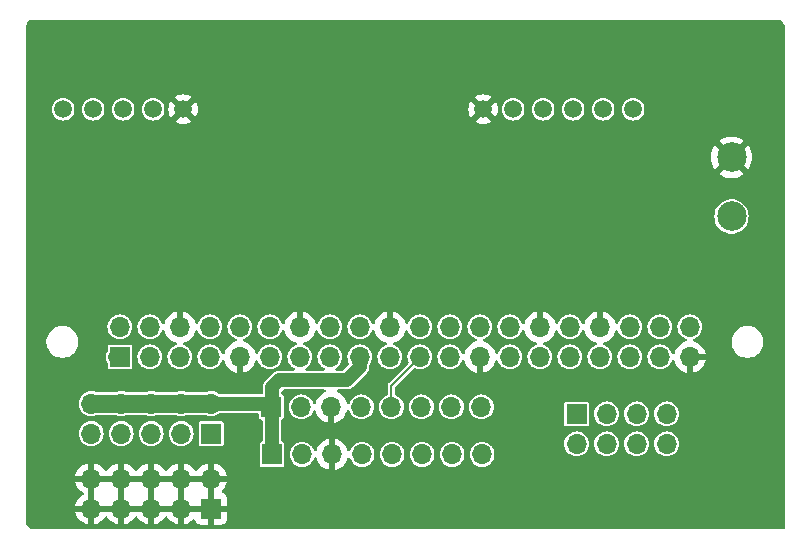
<source format=gbl>
G04 #@! TF.GenerationSoftware,KiCad,Pcbnew,8.99.0-1891-ge2bd76bdce*
G04 #@! TF.CreationDate,2024-07-24T15:45:45+03:00*
G04 #@! TF.ProjectId,rfid_rpi_hat,72666964-5f72-4706-995f-6861742e6b69,rev?*
G04 #@! TF.SameCoordinates,Original*
G04 #@! TF.FileFunction,Copper,L2,Bot*
G04 #@! TF.FilePolarity,Positive*
%FSLAX46Y46*%
G04 Gerber Fmt 4.6, Leading zero omitted, Abs format (unit mm)*
G04 Created by KiCad (PCBNEW 8.99.0-1891-ge2bd76bdce) date 2024-07-24 15:45:45*
%MOMM*%
%LPD*%
G01*
G04 APERTURE LIST*
G04 #@! TA.AperFunction,ComponentPad*
%ADD10R,1.700000X1.700000*%
G04 #@! TD*
G04 #@! TA.AperFunction,ComponentPad*
%ADD11O,1.700000X1.700000*%
G04 #@! TD*
G04 #@! TA.AperFunction,ComponentPad*
%ADD12C,2.500000*%
G04 #@! TD*
G04 #@! TA.AperFunction,ComponentPad*
%ADD13C,1.500000*%
G04 #@! TD*
G04 #@! TA.AperFunction,ViaPad*
%ADD14C,0.700000*%
G04 #@! TD*
G04 #@! TA.AperFunction,Conductor*
%ADD15C,0.200000*%
G04 #@! TD*
G04 #@! TA.AperFunction,Conductor*
%ADD16C,1.200000*%
G04 #@! TD*
G04 #@! TA.AperFunction,Conductor*
%ADD17C,1.500000*%
G04 #@! TD*
G04 APERTURE END LIST*
D10*
X184115000Y-146240000D03*
D11*
X184115000Y-143700000D03*
X181575000Y-146240000D03*
X181575000Y-143700000D03*
X179035000Y-146240000D03*
X179035000Y-143700000D03*
X176495000Y-146240000D03*
X176495000Y-143700000D03*
X173955000Y-146240000D03*
X173955000Y-143700000D03*
D10*
X189210000Y-137625000D03*
D11*
X191750000Y-137625000D03*
X194290000Y-137625000D03*
X196830000Y-137625000D03*
X199370000Y-137625000D03*
X201910000Y-137625000D03*
X204450000Y-137625000D03*
X206990000Y-137625000D03*
D10*
X184115000Y-139890000D03*
D11*
X184115000Y-137350000D03*
X181575000Y-139890000D03*
X181575000Y-137350000D03*
X179035000Y-139890000D03*
X179035000Y-137350000D03*
X176495000Y-139890000D03*
X176495000Y-137350000D03*
X173955000Y-139890000D03*
X173955000Y-137350000D03*
D10*
X189270000Y-141650000D03*
D11*
X191810000Y-141650000D03*
X194350000Y-141650000D03*
X196890000Y-141650000D03*
X199430000Y-141650000D03*
X201970000Y-141650000D03*
X204510000Y-141650000D03*
X207050000Y-141650000D03*
D12*
X228175000Y-121500000D03*
X228175000Y-116500000D03*
D10*
X215055000Y-138225000D03*
D11*
X215055000Y-140765000D03*
X217595000Y-138225000D03*
X217595000Y-140765000D03*
X220135000Y-138225000D03*
X220135000Y-140765000D03*
X222675000Y-138225000D03*
X222675000Y-140765000D03*
D13*
X171590000Y-112425000D03*
X174130000Y-112425000D03*
X176670000Y-112425000D03*
X179210000Y-112425000D03*
X181750000Y-112425000D03*
X207150000Y-112425000D03*
X209690000Y-112425000D03*
X212230000Y-112425000D03*
X214770000Y-112425000D03*
X217310000Y-112425000D03*
X219850000Y-112425000D03*
D10*
X176395000Y-133395000D03*
D11*
X176395000Y-130855000D03*
X178935000Y-133395000D03*
X178935000Y-130855000D03*
X181475000Y-133395000D03*
X181475000Y-130855000D03*
X184015000Y-133395000D03*
X184015000Y-130855000D03*
X186555000Y-133395000D03*
X186555000Y-130855000D03*
X189095000Y-133395000D03*
X189095000Y-130855000D03*
X191635000Y-133395000D03*
X191635000Y-130855000D03*
X194175000Y-133395000D03*
X194175000Y-130855000D03*
X196715000Y-133395000D03*
X196715000Y-130855000D03*
X199255000Y-133395000D03*
X199255000Y-130855000D03*
X201795000Y-133395000D03*
X201795000Y-130855000D03*
X204335000Y-133395000D03*
X204335000Y-130855000D03*
X206875000Y-133395000D03*
X206875000Y-130855000D03*
X209415000Y-133395000D03*
X209415000Y-130855000D03*
X211955000Y-133395000D03*
X211955000Y-130855000D03*
X214495000Y-133395000D03*
X214495000Y-130855000D03*
X217035000Y-133395000D03*
X217035000Y-130855000D03*
X219575000Y-133395000D03*
X219575000Y-130855000D03*
X222115000Y-133395000D03*
X222115000Y-130855000D03*
X224655000Y-133395000D03*
X224655000Y-130855000D03*
D14*
X188092105Y-109900000D03*
X191348684Y-115775000D03*
X194748684Y-123125000D03*
X230475000Y-141250000D03*
X207075000Y-123125000D03*
X185010527Y-109900000D03*
X185185527Y-115775000D03*
X230675000Y-127750000D03*
X203500000Y-109900000D03*
X199572369Y-105750000D03*
X214980264Y-105750000D03*
X169400000Y-147175000D03*
X222250000Y-144075000D03*
X171838159Y-105750000D03*
X224225000Y-105750000D03*
X200911842Y-123125000D03*
X211200000Y-144125000D03*
X193409211Y-105750000D03*
X188800000Y-147025000D03*
X194255263Y-109900000D03*
X197511842Y-115775000D03*
X219225000Y-109300000D03*
X230388158Y-105750000D03*
X220425000Y-127750000D03*
X227306579Y-105750000D03*
X181850000Y-125650000D03*
X205600000Y-146975000D03*
X200593421Y-115775000D03*
X188267105Y-115775000D03*
X184164475Y-105750000D03*
X211050000Y-137175000D03*
X218061842Y-105750000D03*
X181082896Y-105750000D03*
X192500000Y-146950000D03*
X196490790Y-105750000D03*
X181700000Y-121950000D03*
X230700000Y-144050000D03*
X197830263Y-123125000D03*
X169425000Y-143550000D03*
X197336842Y-109900000D03*
X225650000Y-127750000D03*
X225100000Y-109525000D03*
X219750000Y-117000000D03*
X202653948Y-105750000D03*
X230537134Y-109919562D03*
X211898685Y-105750000D03*
X174919738Y-105750000D03*
X200418421Y-109900000D03*
X209950000Y-127525000D03*
X178001317Y-105750000D03*
X225800000Y-137725000D03*
X215325000Y-127675000D03*
X203993421Y-123125000D03*
X203675000Y-115775000D03*
X191667105Y-123125000D03*
X208817106Y-105750000D03*
X198075000Y-127675000D03*
X211050000Y-141000000D03*
X196775000Y-146950000D03*
X194430263Y-115775000D03*
X190327632Y-105750000D03*
X205200000Y-127750000D03*
X184325000Y-127750000D03*
X205735527Y-105750000D03*
X184475000Y-123975000D03*
X190600000Y-127550000D03*
X224424987Y-119459081D03*
X221143421Y-105750000D03*
X187246053Y-105750000D03*
X215925000Y-117050000D03*
X225875000Y-141725000D03*
X191173684Y-109900000D03*
X188585527Y-123125000D03*
X213525000Y-109225000D03*
X216950000Y-144075000D03*
X200825000Y-147025000D03*
X230600000Y-137350000D03*
D15*
X199370000Y-137625000D02*
X199370000Y-135820000D01*
X199370000Y-135820000D02*
X201795000Y-133395000D01*
D16*
X196715000Y-133395000D02*
X196715000Y-134235000D01*
X176395000Y-133395000D02*
X176005000Y-133395000D01*
X189270000Y-141650000D02*
X189270000Y-139775000D01*
X196715000Y-134235000D02*
X195600000Y-135350000D01*
X188935000Y-137350000D02*
X189210000Y-137625000D01*
X184115000Y-137350000D02*
X188935000Y-137350000D01*
X195600000Y-135350000D02*
X189900000Y-135350000D01*
X189270000Y-135980000D02*
X189900000Y-135350000D01*
D17*
X173955000Y-137350000D02*
X184115000Y-137350000D01*
D16*
X189270000Y-139775000D02*
X189270000Y-135980000D01*
G04 #@! TA.AperFunction,Conductor*
G36*
X176029075Y-146047007D02*
G01*
X175995000Y-146174174D01*
X175995000Y-146305826D01*
X176029075Y-146432993D01*
X176061988Y-146490000D01*
X174388012Y-146490000D01*
X174420925Y-146432993D01*
X174455000Y-146305826D01*
X174455000Y-146174174D01*
X174420925Y-146047007D01*
X174388012Y-145990000D01*
X176061988Y-145990000D01*
X176029075Y-146047007D01*
G37*
G04 #@! TD.AperFunction*
G04 #@! TA.AperFunction,Conductor*
G36*
X178569075Y-146047007D02*
G01*
X178535000Y-146174174D01*
X178535000Y-146305826D01*
X178569075Y-146432993D01*
X178601988Y-146490000D01*
X176928012Y-146490000D01*
X176960925Y-146432993D01*
X176995000Y-146305826D01*
X176995000Y-146174174D01*
X176960925Y-146047007D01*
X176928012Y-145990000D01*
X178601988Y-145990000D01*
X178569075Y-146047007D01*
G37*
G04 #@! TD.AperFunction*
G04 #@! TA.AperFunction,Conductor*
G36*
X181109075Y-146047007D02*
G01*
X181075000Y-146174174D01*
X181075000Y-146305826D01*
X181109075Y-146432993D01*
X181141988Y-146490000D01*
X179468012Y-146490000D01*
X179500925Y-146432993D01*
X179535000Y-146305826D01*
X179535000Y-146174174D01*
X179500925Y-146047007D01*
X179468012Y-145990000D01*
X181141988Y-145990000D01*
X181109075Y-146047007D01*
G37*
G04 #@! TD.AperFunction*
G04 #@! TA.AperFunction,Conductor*
G36*
X183649075Y-146047007D02*
G01*
X183615000Y-146174174D01*
X183615000Y-146305826D01*
X183649075Y-146432993D01*
X183681988Y-146490000D01*
X182008012Y-146490000D01*
X182040925Y-146432993D01*
X182075000Y-146305826D01*
X182075000Y-146174174D01*
X182040925Y-146047007D01*
X182008012Y-145990000D01*
X183681988Y-145990000D01*
X183649075Y-146047007D01*
G37*
G04 #@! TD.AperFunction*
G04 #@! TA.AperFunction,Conductor*
G36*
X174205000Y-145806988D02*
G01*
X174147993Y-145774075D01*
X174020826Y-145740000D01*
X173889174Y-145740000D01*
X173762007Y-145774075D01*
X173705000Y-145806988D01*
X173705000Y-144133012D01*
X173762007Y-144165925D01*
X173889174Y-144200000D01*
X174020826Y-144200000D01*
X174147993Y-144165925D01*
X174205000Y-144133012D01*
X174205000Y-145806988D01*
G37*
G04 #@! TD.AperFunction*
G04 #@! TA.AperFunction,Conductor*
G36*
X176745000Y-145806988D02*
G01*
X176687993Y-145774075D01*
X176560826Y-145740000D01*
X176429174Y-145740000D01*
X176302007Y-145774075D01*
X176245000Y-145806988D01*
X176245000Y-144133012D01*
X176302007Y-144165925D01*
X176429174Y-144200000D01*
X176560826Y-144200000D01*
X176687993Y-144165925D01*
X176745000Y-144133012D01*
X176745000Y-145806988D01*
G37*
G04 #@! TD.AperFunction*
G04 #@! TA.AperFunction,Conductor*
G36*
X179285000Y-145806988D02*
G01*
X179227993Y-145774075D01*
X179100826Y-145740000D01*
X178969174Y-145740000D01*
X178842007Y-145774075D01*
X178785000Y-145806988D01*
X178785000Y-144133012D01*
X178842007Y-144165925D01*
X178969174Y-144200000D01*
X179100826Y-144200000D01*
X179227993Y-144165925D01*
X179285000Y-144133012D01*
X179285000Y-145806988D01*
G37*
G04 #@! TD.AperFunction*
G04 #@! TA.AperFunction,Conductor*
G36*
X181825000Y-145806988D02*
G01*
X181767993Y-145774075D01*
X181640826Y-145740000D01*
X181509174Y-145740000D01*
X181382007Y-145774075D01*
X181325000Y-145806988D01*
X181325000Y-144133012D01*
X181382007Y-144165925D01*
X181509174Y-144200000D01*
X181640826Y-144200000D01*
X181767993Y-144165925D01*
X181825000Y-144133012D01*
X181825000Y-145806988D01*
G37*
G04 #@! TD.AperFunction*
G04 #@! TA.AperFunction,Conductor*
G36*
X184365000Y-145806988D02*
G01*
X184307993Y-145774075D01*
X184180826Y-145740000D01*
X184049174Y-145740000D01*
X183922007Y-145774075D01*
X183865000Y-145806988D01*
X183865000Y-144133012D01*
X183922007Y-144165925D01*
X184049174Y-144200000D01*
X184180826Y-144200000D01*
X184307993Y-144165925D01*
X184365000Y-144133012D01*
X184365000Y-145806988D01*
G37*
G04 #@! TD.AperFunction*
G04 #@! TA.AperFunction,Conductor*
G36*
X176029075Y-143507007D02*
G01*
X175995000Y-143634174D01*
X175995000Y-143765826D01*
X176029075Y-143892993D01*
X176061988Y-143950000D01*
X174388012Y-143950000D01*
X174420925Y-143892993D01*
X174455000Y-143765826D01*
X174455000Y-143634174D01*
X174420925Y-143507007D01*
X174388012Y-143450000D01*
X176061988Y-143450000D01*
X176029075Y-143507007D01*
G37*
G04 #@! TD.AperFunction*
G04 #@! TA.AperFunction,Conductor*
G36*
X178569075Y-143507007D02*
G01*
X178535000Y-143634174D01*
X178535000Y-143765826D01*
X178569075Y-143892993D01*
X178601988Y-143950000D01*
X176928012Y-143950000D01*
X176960925Y-143892993D01*
X176995000Y-143765826D01*
X176995000Y-143634174D01*
X176960925Y-143507007D01*
X176928012Y-143450000D01*
X178601988Y-143450000D01*
X178569075Y-143507007D01*
G37*
G04 #@! TD.AperFunction*
G04 #@! TA.AperFunction,Conductor*
G36*
X181109075Y-143507007D02*
G01*
X181075000Y-143634174D01*
X181075000Y-143765826D01*
X181109075Y-143892993D01*
X181141988Y-143950000D01*
X179468012Y-143950000D01*
X179500925Y-143892993D01*
X179535000Y-143765826D01*
X179535000Y-143634174D01*
X179500925Y-143507007D01*
X179468012Y-143450000D01*
X181141988Y-143450000D01*
X181109075Y-143507007D01*
G37*
G04 #@! TD.AperFunction*
G04 #@! TA.AperFunction,Conductor*
G36*
X183649075Y-143507007D02*
G01*
X183615000Y-143634174D01*
X183615000Y-143765826D01*
X183649075Y-143892993D01*
X183681988Y-143950000D01*
X182008012Y-143950000D01*
X182040925Y-143892993D01*
X182075000Y-143765826D01*
X182075000Y-143634174D01*
X182040925Y-143507007D01*
X182008012Y-143450000D01*
X183681988Y-143450000D01*
X183649075Y-143507007D01*
G37*
G04 #@! TD.AperFunction*
G04 #@! TA.AperFunction,Conductor*
G36*
X232326175Y-104869685D02*
G01*
X232360262Y-104902241D01*
X232518385Y-105125094D01*
X232525778Y-105136860D01*
X232679040Y-105414166D01*
X232685073Y-105426694D01*
X232715561Y-105500298D01*
X232725000Y-105547751D01*
X232725000Y-147826000D01*
X232705315Y-147893039D01*
X232652511Y-147938794D01*
X232601000Y-147950000D01*
X168851362Y-147950000D01*
X168784323Y-147930315D01*
X168763681Y-147913681D01*
X168511319Y-147661319D01*
X168477834Y-147599996D01*
X168475000Y-147573638D01*
X168475000Y-143449999D01*
X172624364Y-143449999D01*
X172624364Y-143450000D01*
X173521988Y-143450000D01*
X173489075Y-143507007D01*
X173455000Y-143634174D01*
X173455000Y-143765826D01*
X173489075Y-143892993D01*
X173521988Y-143950000D01*
X172624364Y-143950000D01*
X172681567Y-144163486D01*
X172681570Y-144163492D01*
X172781399Y-144377578D01*
X172916894Y-144571082D01*
X173083917Y-144738105D01*
X173270031Y-144868425D01*
X173313656Y-144923003D01*
X173320848Y-144992501D01*
X173289326Y-145054856D01*
X173270031Y-145071575D01*
X173083922Y-145201890D01*
X173083920Y-145201891D01*
X172916891Y-145368920D01*
X172916886Y-145368926D01*
X172781400Y-145562420D01*
X172781399Y-145562422D01*
X172681570Y-145776507D01*
X172681567Y-145776513D01*
X172624364Y-145989999D01*
X172624364Y-145990000D01*
X173521988Y-145990000D01*
X173489075Y-146047007D01*
X173455000Y-146174174D01*
X173455000Y-146305826D01*
X173489075Y-146432993D01*
X173521988Y-146490000D01*
X172624364Y-146490000D01*
X172681567Y-146703486D01*
X172681570Y-146703492D01*
X172781399Y-146917578D01*
X172916894Y-147111082D01*
X173083917Y-147278105D01*
X173277421Y-147413600D01*
X173491507Y-147513429D01*
X173491516Y-147513433D01*
X173705000Y-147570634D01*
X173705000Y-146673012D01*
X173762007Y-146705925D01*
X173889174Y-146740000D01*
X174020826Y-146740000D01*
X174147993Y-146705925D01*
X174205000Y-146673012D01*
X174205000Y-147570633D01*
X174418483Y-147513433D01*
X174418492Y-147513429D01*
X174632578Y-147413600D01*
X174826082Y-147278105D01*
X174993105Y-147111082D01*
X175123425Y-146924968D01*
X175178002Y-146881344D01*
X175247501Y-146874151D01*
X175309855Y-146905673D01*
X175326575Y-146924968D01*
X175456894Y-147111082D01*
X175623917Y-147278105D01*
X175817421Y-147413600D01*
X176031507Y-147513429D01*
X176031516Y-147513433D01*
X176245000Y-147570634D01*
X176245000Y-146673012D01*
X176302007Y-146705925D01*
X176429174Y-146740000D01*
X176560826Y-146740000D01*
X176687993Y-146705925D01*
X176745000Y-146673012D01*
X176745000Y-147570633D01*
X176958483Y-147513433D01*
X176958492Y-147513429D01*
X177172578Y-147413600D01*
X177366082Y-147278105D01*
X177533105Y-147111082D01*
X177663425Y-146924968D01*
X177718002Y-146881344D01*
X177787501Y-146874151D01*
X177849855Y-146905673D01*
X177866575Y-146924968D01*
X177996894Y-147111082D01*
X178163917Y-147278105D01*
X178357421Y-147413600D01*
X178571507Y-147513429D01*
X178571516Y-147513433D01*
X178785000Y-147570634D01*
X178785000Y-146673012D01*
X178842007Y-146705925D01*
X178969174Y-146740000D01*
X179100826Y-146740000D01*
X179227993Y-146705925D01*
X179285000Y-146673012D01*
X179285000Y-147570633D01*
X179498483Y-147513433D01*
X179498492Y-147513429D01*
X179712578Y-147413600D01*
X179906082Y-147278105D01*
X180073105Y-147111082D01*
X180203425Y-146924968D01*
X180258002Y-146881344D01*
X180327501Y-146874151D01*
X180389855Y-146905673D01*
X180406575Y-146924968D01*
X180536894Y-147111082D01*
X180703917Y-147278105D01*
X180897421Y-147413600D01*
X181111507Y-147513429D01*
X181111516Y-147513433D01*
X181325000Y-147570634D01*
X181325000Y-146673012D01*
X181382007Y-146705925D01*
X181509174Y-146740000D01*
X181640826Y-146740000D01*
X181767993Y-146705925D01*
X181825000Y-146673012D01*
X181825000Y-147570633D01*
X182038483Y-147513433D01*
X182038492Y-147513429D01*
X182252578Y-147413600D01*
X182446078Y-147278108D01*
X182568521Y-147155665D01*
X182629844Y-147122180D01*
X182699536Y-147127164D01*
X182755470Y-147169035D01*
X182772385Y-147200013D01*
X182821645Y-147332086D01*
X182821649Y-147332093D01*
X182907809Y-147447187D01*
X182907812Y-147447190D01*
X183022906Y-147533350D01*
X183022913Y-147533354D01*
X183157620Y-147583596D01*
X183157627Y-147583598D01*
X183217155Y-147589999D01*
X183217172Y-147590000D01*
X183865000Y-147590000D01*
X183865000Y-146673012D01*
X183922007Y-146705925D01*
X184049174Y-146740000D01*
X184180826Y-146740000D01*
X184307993Y-146705925D01*
X184365000Y-146673012D01*
X184365000Y-147590000D01*
X185012828Y-147590000D01*
X185012844Y-147589999D01*
X185072372Y-147583598D01*
X185072379Y-147583596D01*
X185207086Y-147533354D01*
X185207093Y-147533350D01*
X185322187Y-147447190D01*
X185322190Y-147447187D01*
X185408350Y-147332093D01*
X185408354Y-147332086D01*
X185458596Y-147197379D01*
X185458598Y-147197372D01*
X185464999Y-147137844D01*
X185465000Y-147137827D01*
X185465000Y-146490000D01*
X184548012Y-146490000D01*
X184580925Y-146432993D01*
X184615000Y-146305826D01*
X184615000Y-146174174D01*
X184580925Y-146047007D01*
X184548012Y-145990000D01*
X185465000Y-145990000D01*
X185465000Y-145342172D01*
X185464999Y-145342155D01*
X185458598Y-145282627D01*
X185458596Y-145282620D01*
X185408354Y-145147913D01*
X185408350Y-145147906D01*
X185322190Y-145032812D01*
X185322187Y-145032809D01*
X185207093Y-144946649D01*
X185207086Y-144946645D01*
X185075013Y-144897385D01*
X185019079Y-144855514D01*
X184994662Y-144790049D01*
X185009514Y-144721776D01*
X185030665Y-144693521D01*
X185153108Y-144571078D01*
X185288600Y-144377578D01*
X185388429Y-144163492D01*
X185388432Y-144163486D01*
X185445636Y-143950000D01*
X184548012Y-143950000D01*
X184580925Y-143892993D01*
X184615000Y-143765826D01*
X184615000Y-143634174D01*
X184580925Y-143507007D01*
X184548012Y-143450000D01*
X185445636Y-143450000D01*
X185445635Y-143449999D01*
X185388432Y-143236513D01*
X185388429Y-143236507D01*
X185288600Y-143022422D01*
X185288599Y-143022420D01*
X185153113Y-142828926D01*
X185153108Y-142828920D01*
X184986082Y-142661894D01*
X184792578Y-142526399D01*
X184578492Y-142426570D01*
X184578486Y-142426567D01*
X184365000Y-142369364D01*
X184365000Y-143266988D01*
X184307993Y-143234075D01*
X184180826Y-143200000D01*
X184049174Y-143200000D01*
X183922007Y-143234075D01*
X183865000Y-143266988D01*
X183865000Y-142369364D01*
X183864999Y-142369364D01*
X183651513Y-142426567D01*
X183651507Y-142426570D01*
X183437422Y-142526399D01*
X183437420Y-142526400D01*
X183243926Y-142661886D01*
X183243920Y-142661891D01*
X183076891Y-142828920D01*
X183076890Y-142828922D01*
X182946575Y-143015031D01*
X182891998Y-143058655D01*
X182822499Y-143065848D01*
X182760145Y-143034326D01*
X182743425Y-143015031D01*
X182613109Y-142828922D01*
X182613108Y-142828920D01*
X182446082Y-142661894D01*
X182252578Y-142526399D01*
X182038492Y-142426570D01*
X182038486Y-142426567D01*
X181825000Y-142369364D01*
X181825000Y-143266988D01*
X181767993Y-143234075D01*
X181640826Y-143200000D01*
X181509174Y-143200000D01*
X181382007Y-143234075D01*
X181325000Y-143266988D01*
X181325000Y-142369364D01*
X181324999Y-142369364D01*
X181111513Y-142426567D01*
X181111507Y-142426570D01*
X180897422Y-142526399D01*
X180897420Y-142526400D01*
X180703926Y-142661886D01*
X180703920Y-142661891D01*
X180536891Y-142828920D01*
X180536890Y-142828922D01*
X180406575Y-143015031D01*
X180351998Y-143058655D01*
X180282499Y-143065848D01*
X180220145Y-143034326D01*
X180203425Y-143015031D01*
X180073109Y-142828922D01*
X180073108Y-142828920D01*
X179906082Y-142661894D01*
X179712578Y-142526399D01*
X179498492Y-142426570D01*
X179498486Y-142426567D01*
X179285000Y-142369364D01*
X179285000Y-143266988D01*
X179227993Y-143234075D01*
X179100826Y-143200000D01*
X178969174Y-143200000D01*
X178842007Y-143234075D01*
X178785000Y-143266988D01*
X178785000Y-142369364D01*
X178784999Y-142369364D01*
X178571513Y-142426567D01*
X178571507Y-142426570D01*
X178357422Y-142526399D01*
X178357420Y-142526400D01*
X178163926Y-142661886D01*
X178163920Y-142661891D01*
X177996891Y-142828920D01*
X177996890Y-142828922D01*
X177866575Y-143015031D01*
X177811998Y-143058655D01*
X177742499Y-143065848D01*
X177680145Y-143034326D01*
X177663425Y-143015031D01*
X177533109Y-142828922D01*
X177533108Y-142828920D01*
X177366082Y-142661894D01*
X177172578Y-142526399D01*
X176958492Y-142426570D01*
X176958486Y-142426567D01*
X176745000Y-142369364D01*
X176745000Y-143266988D01*
X176687993Y-143234075D01*
X176560826Y-143200000D01*
X176429174Y-143200000D01*
X176302007Y-143234075D01*
X176245000Y-143266988D01*
X176245000Y-142369364D01*
X176244999Y-142369364D01*
X176031513Y-142426567D01*
X176031507Y-142426570D01*
X175817422Y-142526399D01*
X175817420Y-142526400D01*
X175623926Y-142661886D01*
X175623920Y-142661891D01*
X175456891Y-142828920D01*
X175456890Y-142828922D01*
X175326575Y-143015031D01*
X175271998Y-143058655D01*
X175202499Y-143065848D01*
X175140145Y-143034326D01*
X175123425Y-143015031D01*
X174993109Y-142828922D01*
X174993108Y-142828920D01*
X174826082Y-142661894D01*
X174632578Y-142526399D01*
X174418492Y-142426570D01*
X174418486Y-142426567D01*
X174205000Y-142369364D01*
X174205000Y-143266988D01*
X174147993Y-143234075D01*
X174020826Y-143200000D01*
X173889174Y-143200000D01*
X173762007Y-143234075D01*
X173705000Y-143266988D01*
X173705000Y-142369364D01*
X173704999Y-142369364D01*
X173491513Y-142426567D01*
X173491507Y-142426570D01*
X173277422Y-142526399D01*
X173277420Y-142526400D01*
X173083926Y-142661886D01*
X173083920Y-142661891D01*
X172916891Y-142828920D01*
X172916886Y-142828926D01*
X172781400Y-143022420D01*
X172781399Y-143022422D01*
X172681570Y-143236507D01*
X172681567Y-143236513D01*
X172624364Y-143449999D01*
X168475000Y-143449999D01*
X168475000Y-139890000D01*
X172899417Y-139890000D01*
X172919699Y-140095932D01*
X172919700Y-140095934D01*
X172979768Y-140293954D01*
X173077315Y-140476450D01*
X173077317Y-140476452D01*
X173208589Y-140636410D01*
X173305209Y-140715702D01*
X173368550Y-140767685D01*
X173551046Y-140865232D01*
X173749066Y-140925300D01*
X173749065Y-140925300D01*
X173767529Y-140927118D01*
X173955000Y-140945583D01*
X174160934Y-140925300D01*
X174358954Y-140865232D01*
X174541450Y-140767685D01*
X174701410Y-140636410D01*
X174832685Y-140476450D01*
X174930232Y-140293954D01*
X174990300Y-140095934D01*
X175010583Y-139890000D01*
X175439417Y-139890000D01*
X175459699Y-140095932D01*
X175459700Y-140095934D01*
X175519768Y-140293954D01*
X175617315Y-140476450D01*
X175617317Y-140476452D01*
X175748589Y-140636410D01*
X175845209Y-140715702D01*
X175908550Y-140767685D01*
X176091046Y-140865232D01*
X176289066Y-140925300D01*
X176289065Y-140925300D01*
X176307529Y-140927118D01*
X176495000Y-140945583D01*
X176700934Y-140925300D01*
X176898954Y-140865232D01*
X177081450Y-140767685D01*
X177241410Y-140636410D01*
X177372685Y-140476450D01*
X177470232Y-140293954D01*
X177530300Y-140095934D01*
X177550583Y-139890000D01*
X177979417Y-139890000D01*
X177999699Y-140095932D01*
X177999700Y-140095934D01*
X178059768Y-140293954D01*
X178157315Y-140476450D01*
X178157317Y-140476452D01*
X178288589Y-140636410D01*
X178385209Y-140715702D01*
X178448550Y-140767685D01*
X178631046Y-140865232D01*
X178829066Y-140925300D01*
X178829065Y-140925300D01*
X178847529Y-140927118D01*
X179035000Y-140945583D01*
X179240934Y-140925300D01*
X179438954Y-140865232D01*
X179621450Y-140767685D01*
X179781410Y-140636410D01*
X179912685Y-140476450D01*
X180010232Y-140293954D01*
X180070300Y-140095934D01*
X180090583Y-139890000D01*
X180519417Y-139890000D01*
X180539699Y-140095932D01*
X180539700Y-140095934D01*
X180599768Y-140293954D01*
X180697315Y-140476450D01*
X180697317Y-140476452D01*
X180828589Y-140636410D01*
X180925209Y-140715702D01*
X180988550Y-140767685D01*
X181171046Y-140865232D01*
X181369066Y-140925300D01*
X181369065Y-140925300D01*
X181387529Y-140927118D01*
X181575000Y-140945583D01*
X181780934Y-140925300D01*
X181978954Y-140865232D01*
X182161450Y-140767685D01*
X182321410Y-140636410D01*
X182452685Y-140476450D01*
X182550232Y-140293954D01*
X182610300Y-140095934D01*
X182630583Y-139890000D01*
X182610300Y-139684066D01*
X182550232Y-139486046D01*
X182452685Y-139303550D01*
X182367893Y-139200230D01*
X182321410Y-139143589D01*
X182171121Y-139020252D01*
X182171115Y-139020247D01*
X183064500Y-139020247D01*
X183064500Y-140759752D01*
X183076131Y-140818229D01*
X183076132Y-140818230D01*
X183120447Y-140884552D01*
X183186769Y-140928867D01*
X183186770Y-140928868D01*
X183245247Y-140940499D01*
X183245250Y-140940500D01*
X183245252Y-140940500D01*
X184984750Y-140940500D01*
X184984751Y-140940499D01*
X184999568Y-140937552D01*
X185043229Y-140928868D01*
X185043229Y-140928867D01*
X185043231Y-140928867D01*
X185109552Y-140884552D01*
X185153867Y-140818231D01*
X185153867Y-140818229D01*
X185153868Y-140818229D01*
X185165499Y-140759752D01*
X185165500Y-140759750D01*
X185165500Y-139020249D01*
X185165499Y-139020247D01*
X185153868Y-138961770D01*
X185153867Y-138961769D01*
X185109552Y-138895447D01*
X185043230Y-138851132D01*
X185043229Y-138851131D01*
X184984752Y-138839500D01*
X184984748Y-138839500D01*
X183245252Y-138839500D01*
X183245247Y-138839500D01*
X183186770Y-138851131D01*
X183186769Y-138851132D01*
X183120447Y-138895447D01*
X183076132Y-138961769D01*
X183076131Y-138961770D01*
X183064500Y-139020247D01*
X182171115Y-139020247D01*
X182161450Y-139012315D01*
X181978954Y-138914768D01*
X181780934Y-138854700D01*
X181780932Y-138854699D01*
X181780934Y-138854699D01*
X181575000Y-138834417D01*
X181369067Y-138854699D01*
X181171043Y-138914769D01*
X181083114Y-138961769D01*
X180988550Y-139012315D01*
X180988548Y-139012316D01*
X180988547Y-139012317D01*
X180828589Y-139143589D01*
X180697317Y-139303547D01*
X180599769Y-139486043D01*
X180539699Y-139684067D01*
X180519417Y-139890000D01*
X180090583Y-139890000D01*
X180070300Y-139684066D01*
X180010232Y-139486046D01*
X179912685Y-139303550D01*
X179827893Y-139200230D01*
X179781410Y-139143589D01*
X179631121Y-139020252D01*
X179621450Y-139012315D01*
X179438954Y-138914768D01*
X179240934Y-138854700D01*
X179240932Y-138854699D01*
X179240934Y-138854699D01*
X179035000Y-138834417D01*
X178829067Y-138854699D01*
X178631043Y-138914769D01*
X178543114Y-138961769D01*
X178448550Y-139012315D01*
X178448548Y-139012316D01*
X178448547Y-139012317D01*
X178288589Y-139143589D01*
X178157317Y-139303547D01*
X178059769Y-139486043D01*
X177999699Y-139684067D01*
X177979417Y-139890000D01*
X177550583Y-139890000D01*
X177530300Y-139684066D01*
X177470232Y-139486046D01*
X177372685Y-139303550D01*
X177287893Y-139200230D01*
X177241410Y-139143589D01*
X177091121Y-139020252D01*
X177081450Y-139012315D01*
X176898954Y-138914768D01*
X176700934Y-138854700D01*
X176700932Y-138854699D01*
X176700934Y-138854699D01*
X176495000Y-138834417D01*
X176289067Y-138854699D01*
X176091043Y-138914769D01*
X176003114Y-138961769D01*
X175908550Y-139012315D01*
X175908548Y-139012316D01*
X175908547Y-139012317D01*
X175748589Y-139143589D01*
X175617317Y-139303547D01*
X175519769Y-139486043D01*
X175459699Y-139684067D01*
X175439417Y-139890000D01*
X175010583Y-139890000D01*
X174990300Y-139684066D01*
X174930232Y-139486046D01*
X174832685Y-139303550D01*
X174747893Y-139200230D01*
X174701410Y-139143589D01*
X174551121Y-139020252D01*
X174541450Y-139012315D01*
X174358954Y-138914768D01*
X174160934Y-138854700D01*
X174160932Y-138854699D01*
X174160934Y-138854699D01*
X173955000Y-138834417D01*
X173749067Y-138854699D01*
X173551043Y-138914769D01*
X173463114Y-138961769D01*
X173368550Y-139012315D01*
X173368548Y-139012316D01*
X173368547Y-139012317D01*
X173208589Y-139143589D01*
X173077317Y-139303547D01*
X172979769Y-139486043D01*
X172919699Y-139684067D01*
X172899417Y-139890000D01*
X168475000Y-139890000D01*
X168475000Y-137350000D01*
X172899417Y-137350000D01*
X172919699Y-137555932D01*
X172940651Y-137625000D01*
X172979768Y-137753954D01*
X173077315Y-137936450D01*
X173077317Y-137936452D01*
X173208589Y-138096410D01*
X173243427Y-138125000D01*
X173368550Y-138227685D01*
X173551046Y-138325232D01*
X173749066Y-138385300D01*
X173749065Y-138385300D01*
X173767529Y-138387118D01*
X173955000Y-138405583D01*
X174160934Y-138385300D01*
X174358954Y-138325232D01*
X174377831Y-138315142D01*
X174436285Y-138300500D01*
X176013715Y-138300500D01*
X176072169Y-138315142D01*
X176091046Y-138325232D01*
X176289066Y-138385300D01*
X176289065Y-138385300D01*
X176307529Y-138387118D01*
X176495000Y-138405583D01*
X176700934Y-138385300D01*
X176898954Y-138325232D01*
X176917831Y-138315142D01*
X176976285Y-138300500D01*
X178553715Y-138300500D01*
X178612169Y-138315142D01*
X178631046Y-138325232D01*
X178829066Y-138385300D01*
X178829065Y-138385300D01*
X178847529Y-138387118D01*
X179035000Y-138405583D01*
X179240934Y-138385300D01*
X179438954Y-138325232D01*
X179457831Y-138315142D01*
X179516285Y-138300500D01*
X181093715Y-138300500D01*
X181152169Y-138315142D01*
X181171046Y-138325232D01*
X181369066Y-138385300D01*
X181369065Y-138385300D01*
X181387529Y-138387118D01*
X181575000Y-138405583D01*
X181780934Y-138385300D01*
X181978954Y-138325232D01*
X181997831Y-138315142D01*
X182056285Y-138300500D01*
X183633715Y-138300500D01*
X183692169Y-138315142D01*
X183711046Y-138325232D01*
X183909066Y-138385300D01*
X183909065Y-138385300D01*
X183927529Y-138387118D01*
X184115000Y-138405583D01*
X184320934Y-138385300D01*
X184518954Y-138325232D01*
X184701450Y-138227685D01*
X184761205Y-138178646D01*
X184825515Y-138151334D01*
X184839869Y-138150500D01*
X188035500Y-138150500D01*
X188102539Y-138170185D01*
X188148294Y-138222989D01*
X188159500Y-138274500D01*
X188159500Y-138494752D01*
X188171131Y-138553229D01*
X188171132Y-138553230D01*
X188215447Y-138619552D01*
X188281769Y-138663867D01*
X188281770Y-138663868D01*
X188340247Y-138675499D01*
X188340250Y-138675500D01*
X188340252Y-138675500D01*
X188345500Y-138675500D01*
X188412539Y-138695185D01*
X188458294Y-138747989D01*
X188469500Y-138799500D01*
X188469500Y-140483961D01*
X188449815Y-140551000D01*
X188397011Y-140596755D01*
X188369692Y-140605578D01*
X188341770Y-140611132D01*
X188341769Y-140611132D01*
X188275447Y-140655447D01*
X188231132Y-140721769D01*
X188231131Y-140721770D01*
X188219500Y-140780247D01*
X188219500Y-142519752D01*
X188231131Y-142578229D01*
X188231132Y-142578230D01*
X188275447Y-142644552D01*
X188341769Y-142688867D01*
X188341770Y-142688868D01*
X188400247Y-142700499D01*
X188400250Y-142700500D01*
X188400252Y-142700500D01*
X190139750Y-142700500D01*
X190139751Y-142700499D01*
X190154568Y-142697552D01*
X190198229Y-142688868D01*
X190198229Y-142688867D01*
X190198231Y-142688867D01*
X190264552Y-142644552D01*
X190308867Y-142578231D01*
X190308867Y-142578229D01*
X190308868Y-142578229D01*
X190319177Y-142526399D01*
X190320500Y-142519748D01*
X190320500Y-141650000D01*
X190754417Y-141650000D01*
X190774699Y-141855932D01*
X190774700Y-141855934D01*
X190834768Y-142053954D01*
X190932315Y-142236450D01*
X190932317Y-142236452D01*
X191063589Y-142396410D01*
X191100340Y-142426570D01*
X191223550Y-142527685D01*
X191406046Y-142625232D01*
X191604066Y-142685300D01*
X191604065Y-142685300D01*
X191622529Y-142687118D01*
X191810000Y-142705583D01*
X192015934Y-142685300D01*
X192213954Y-142625232D01*
X192396450Y-142527685D01*
X192556410Y-142396410D01*
X192687685Y-142236450D01*
X192785232Y-142053954D01*
X192805406Y-141987446D01*
X192843702Y-141929010D01*
X192907514Y-141900553D01*
X192976581Y-141911112D01*
X193028975Y-141957336D01*
X193043841Y-141991349D01*
X193076567Y-142113486D01*
X193076570Y-142113492D01*
X193176399Y-142327578D01*
X193311894Y-142521082D01*
X193478917Y-142688105D01*
X193672421Y-142823600D01*
X193886507Y-142923429D01*
X193886516Y-142923433D01*
X194100000Y-142980634D01*
X194100000Y-142083012D01*
X194157007Y-142115925D01*
X194284174Y-142150000D01*
X194415826Y-142150000D01*
X194542993Y-142115925D01*
X194600000Y-142083012D01*
X194600000Y-142980633D01*
X194813483Y-142923433D01*
X194813492Y-142923429D01*
X195027578Y-142823600D01*
X195221082Y-142688105D01*
X195388105Y-142521082D01*
X195523600Y-142327578D01*
X195623429Y-142113492D01*
X195623433Y-142113483D01*
X195656158Y-141991350D01*
X195692522Y-141931690D01*
X195755369Y-141901160D01*
X195824745Y-141909454D01*
X195878623Y-141953939D01*
X195894593Y-141987447D01*
X195914768Y-142053954D01*
X196012315Y-142236450D01*
X196012317Y-142236452D01*
X196143589Y-142396410D01*
X196180340Y-142426570D01*
X196303550Y-142527685D01*
X196486046Y-142625232D01*
X196684066Y-142685300D01*
X196684065Y-142685300D01*
X196702529Y-142687118D01*
X196890000Y-142705583D01*
X197095934Y-142685300D01*
X197293954Y-142625232D01*
X197476450Y-142527685D01*
X197636410Y-142396410D01*
X197767685Y-142236450D01*
X197865232Y-142053954D01*
X197925300Y-141855934D01*
X197945583Y-141650000D01*
X198374417Y-141650000D01*
X198394699Y-141855932D01*
X198394700Y-141855934D01*
X198454768Y-142053954D01*
X198552315Y-142236450D01*
X198552317Y-142236452D01*
X198683589Y-142396410D01*
X198720340Y-142426570D01*
X198843550Y-142527685D01*
X199026046Y-142625232D01*
X199224066Y-142685300D01*
X199224065Y-142685300D01*
X199242529Y-142687118D01*
X199430000Y-142705583D01*
X199635934Y-142685300D01*
X199833954Y-142625232D01*
X200016450Y-142527685D01*
X200176410Y-142396410D01*
X200307685Y-142236450D01*
X200405232Y-142053954D01*
X200465300Y-141855934D01*
X200485583Y-141650000D01*
X200914417Y-141650000D01*
X200934699Y-141855932D01*
X200934700Y-141855934D01*
X200994768Y-142053954D01*
X201092315Y-142236450D01*
X201092317Y-142236452D01*
X201223589Y-142396410D01*
X201260340Y-142426570D01*
X201383550Y-142527685D01*
X201566046Y-142625232D01*
X201764066Y-142685300D01*
X201764065Y-142685300D01*
X201782529Y-142687118D01*
X201970000Y-142705583D01*
X202175934Y-142685300D01*
X202373954Y-142625232D01*
X202556450Y-142527685D01*
X202716410Y-142396410D01*
X202847685Y-142236450D01*
X202945232Y-142053954D01*
X203005300Y-141855934D01*
X203025583Y-141650000D01*
X203454417Y-141650000D01*
X203474699Y-141855932D01*
X203474700Y-141855934D01*
X203534768Y-142053954D01*
X203632315Y-142236450D01*
X203632317Y-142236452D01*
X203763589Y-142396410D01*
X203800340Y-142426570D01*
X203923550Y-142527685D01*
X204106046Y-142625232D01*
X204304066Y-142685300D01*
X204304065Y-142685300D01*
X204322529Y-142687118D01*
X204510000Y-142705583D01*
X204715934Y-142685300D01*
X204913954Y-142625232D01*
X205096450Y-142527685D01*
X205256410Y-142396410D01*
X205387685Y-142236450D01*
X205485232Y-142053954D01*
X205545300Y-141855934D01*
X205565583Y-141650000D01*
X205994417Y-141650000D01*
X206014699Y-141855932D01*
X206014700Y-141855934D01*
X206074768Y-142053954D01*
X206172315Y-142236450D01*
X206172317Y-142236452D01*
X206303589Y-142396410D01*
X206340340Y-142426570D01*
X206463550Y-142527685D01*
X206646046Y-142625232D01*
X206844066Y-142685300D01*
X206844065Y-142685300D01*
X206862529Y-142687118D01*
X207050000Y-142705583D01*
X207255934Y-142685300D01*
X207453954Y-142625232D01*
X207636450Y-142527685D01*
X207796410Y-142396410D01*
X207927685Y-142236450D01*
X208025232Y-142053954D01*
X208085300Y-141855934D01*
X208105583Y-141650000D01*
X208085300Y-141444066D01*
X208025232Y-141246046D01*
X207927685Y-141063550D01*
X207852897Y-140972420D01*
X207796410Y-140903589D01*
X207646121Y-140780252D01*
X207636450Y-140772315D01*
X207622765Y-140765000D01*
X213999417Y-140765000D01*
X214019699Y-140970932D01*
X214047794Y-141063550D01*
X214079768Y-141168954D01*
X214177315Y-141351450D01*
X214177317Y-141351452D01*
X214308589Y-141511410D01*
X214397254Y-141584174D01*
X214468550Y-141642685D01*
X214651046Y-141740232D01*
X214849066Y-141800300D01*
X214849065Y-141800300D01*
X214867529Y-141802118D01*
X215055000Y-141820583D01*
X215260934Y-141800300D01*
X215458954Y-141740232D01*
X215641450Y-141642685D01*
X215801410Y-141511410D01*
X215932685Y-141351450D01*
X216030232Y-141168954D01*
X216090300Y-140970934D01*
X216110583Y-140765000D01*
X216539417Y-140765000D01*
X216559699Y-140970932D01*
X216587794Y-141063550D01*
X216619768Y-141168954D01*
X216717315Y-141351450D01*
X216717317Y-141351452D01*
X216848589Y-141511410D01*
X216937254Y-141584174D01*
X217008550Y-141642685D01*
X217191046Y-141740232D01*
X217389066Y-141800300D01*
X217389065Y-141800300D01*
X217407529Y-141802118D01*
X217595000Y-141820583D01*
X217800934Y-141800300D01*
X217998954Y-141740232D01*
X218181450Y-141642685D01*
X218341410Y-141511410D01*
X218472685Y-141351450D01*
X218570232Y-141168954D01*
X218630300Y-140970934D01*
X218650583Y-140765000D01*
X219079417Y-140765000D01*
X219099699Y-140970932D01*
X219127794Y-141063550D01*
X219159768Y-141168954D01*
X219257315Y-141351450D01*
X219257317Y-141351452D01*
X219388589Y-141511410D01*
X219477254Y-141584174D01*
X219548550Y-141642685D01*
X219731046Y-141740232D01*
X219929066Y-141800300D01*
X219929065Y-141800300D01*
X219947529Y-141802118D01*
X220135000Y-141820583D01*
X220340934Y-141800300D01*
X220538954Y-141740232D01*
X220721450Y-141642685D01*
X220881410Y-141511410D01*
X221012685Y-141351450D01*
X221110232Y-141168954D01*
X221170300Y-140970934D01*
X221190583Y-140765000D01*
X221619417Y-140765000D01*
X221639699Y-140970932D01*
X221667794Y-141063550D01*
X221699768Y-141168954D01*
X221797315Y-141351450D01*
X221797317Y-141351452D01*
X221928589Y-141511410D01*
X222017254Y-141584174D01*
X222088550Y-141642685D01*
X222271046Y-141740232D01*
X222469066Y-141800300D01*
X222469065Y-141800300D01*
X222487529Y-141802118D01*
X222675000Y-141820583D01*
X222880934Y-141800300D01*
X223078954Y-141740232D01*
X223261450Y-141642685D01*
X223421410Y-141511410D01*
X223552685Y-141351450D01*
X223650232Y-141168954D01*
X223710300Y-140970934D01*
X223730583Y-140765000D01*
X223710300Y-140559066D01*
X223650232Y-140361046D01*
X223552685Y-140178550D01*
X223484883Y-140095932D01*
X223421410Y-140018589D01*
X223303677Y-139921969D01*
X223261450Y-139887315D01*
X223078954Y-139789768D01*
X222880934Y-139729700D01*
X222880932Y-139729699D01*
X222880934Y-139729699D01*
X222675000Y-139709417D01*
X222469067Y-139729699D01*
X222271043Y-139789769D01*
X222160898Y-139848643D01*
X222088550Y-139887315D01*
X222088548Y-139887316D01*
X222088547Y-139887317D01*
X221928589Y-140018589D01*
X221797317Y-140178547D01*
X221699769Y-140361043D01*
X221639699Y-140559067D01*
X221619417Y-140765000D01*
X221190583Y-140765000D01*
X221170300Y-140559066D01*
X221110232Y-140361046D01*
X221012685Y-140178550D01*
X220944883Y-140095932D01*
X220881410Y-140018589D01*
X220763677Y-139921969D01*
X220721450Y-139887315D01*
X220538954Y-139789768D01*
X220340934Y-139729700D01*
X220340932Y-139729699D01*
X220340934Y-139729699D01*
X220135000Y-139709417D01*
X219929067Y-139729699D01*
X219731043Y-139789769D01*
X219620898Y-139848643D01*
X219548550Y-139887315D01*
X219548548Y-139887316D01*
X219548547Y-139887317D01*
X219388589Y-140018589D01*
X219257317Y-140178547D01*
X219159769Y-140361043D01*
X219099699Y-140559067D01*
X219079417Y-140765000D01*
X218650583Y-140765000D01*
X218630300Y-140559066D01*
X218570232Y-140361046D01*
X218472685Y-140178550D01*
X218404883Y-140095932D01*
X218341410Y-140018589D01*
X218223677Y-139921969D01*
X218181450Y-139887315D01*
X217998954Y-139789768D01*
X217800934Y-139729700D01*
X217800932Y-139729699D01*
X217800934Y-139729699D01*
X217595000Y-139709417D01*
X217389067Y-139729699D01*
X217191043Y-139789769D01*
X217080898Y-139848643D01*
X217008550Y-139887315D01*
X217008548Y-139887316D01*
X217008547Y-139887317D01*
X216848589Y-140018589D01*
X216717317Y-140178547D01*
X216619769Y-140361043D01*
X216559699Y-140559067D01*
X216539417Y-140765000D01*
X216110583Y-140765000D01*
X216090300Y-140559066D01*
X216030232Y-140361046D01*
X215932685Y-140178550D01*
X215864883Y-140095932D01*
X215801410Y-140018589D01*
X215683677Y-139921969D01*
X215641450Y-139887315D01*
X215458954Y-139789768D01*
X215260934Y-139729700D01*
X215260932Y-139729699D01*
X215260934Y-139729699D01*
X215055000Y-139709417D01*
X214849067Y-139729699D01*
X214651043Y-139789769D01*
X214540898Y-139848643D01*
X214468550Y-139887315D01*
X214468548Y-139887316D01*
X214468547Y-139887317D01*
X214308589Y-140018589D01*
X214177317Y-140178547D01*
X214079769Y-140361043D01*
X214019699Y-140559067D01*
X213999417Y-140765000D01*
X207622765Y-140765000D01*
X207453954Y-140674768D01*
X207255934Y-140614700D01*
X207255932Y-140614699D01*
X207255934Y-140614699D01*
X207050000Y-140594417D01*
X206844067Y-140614699D01*
X206646043Y-140674769D01*
X206558114Y-140721769D01*
X206463550Y-140772315D01*
X206463548Y-140772316D01*
X206463547Y-140772317D01*
X206303589Y-140903589D01*
X206172317Y-141063547D01*
X206074769Y-141246043D01*
X206014699Y-141444067D01*
X205994417Y-141650000D01*
X205565583Y-141650000D01*
X205545300Y-141444066D01*
X205485232Y-141246046D01*
X205387685Y-141063550D01*
X205312897Y-140972420D01*
X205256410Y-140903589D01*
X205106121Y-140780252D01*
X205096450Y-140772315D01*
X204913954Y-140674768D01*
X204715934Y-140614700D01*
X204715932Y-140614699D01*
X204715934Y-140614699D01*
X204510000Y-140594417D01*
X204304067Y-140614699D01*
X204106043Y-140674769D01*
X204018114Y-140721769D01*
X203923550Y-140772315D01*
X203923548Y-140772316D01*
X203923547Y-140772317D01*
X203763589Y-140903589D01*
X203632317Y-141063547D01*
X203534769Y-141246043D01*
X203474699Y-141444067D01*
X203454417Y-141650000D01*
X203025583Y-141650000D01*
X203005300Y-141444066D01*
X202945232Y-141246046D01*
X202847685Y-141063550D01*
X202772897Y-140972420D01*
X202716410Y-140903589D01*
X202566121Y-140780252D01*
X202556450Y-140772315D01*
X202373954Y-140674768D01*
X202175934Y-140614700D01*
X202175932Y-140614699D01*
X202175934Y-140614699D01*
X201970000Y-140594417D01*
X201764067Y-140614699D01*
X201566043Y-140674769D01*
X201478114Y-140721769D01*
X201383550Y-140772315D01*
X201383548Y-140772316D01*
X201383547Y-140772317D01*
X201223589Y-140903589D01*
X201092317Y-141063547D01*
X200994769Y-141246043D01*
X200934699Y-141444067D01*
X200914417Y-141650000D01*
X200485583Y-141650000D01*
X200465300Y-141444066D01*
X200405232Y-141246046D01*
X200307685Y-141063550D01*
X200232897Y-140972420D01*
X200176410Y-140903589D01*
X200026121Y-140780252D01*
X200016450Y-140772315D01*
X199833954Y-140674768D01*
X199635934Y-140614700D01*
X199635932Y-140614699D01*
X199635934Y-140614699D01*
X199430000Y-140594417D01*
X199224067Y-140614699D01*
X199026043Y-140674769D01*
X198938114Y-140721769D01*
X198843550Y-140772315D01*
X198843548Y-140772316D01*
X198843547Y-140772317D01*
X198683589Y-140903589D01*
X198552317Y-141063547D01*
X198454769Y-141246043D01*
X198394699Y-141444067D01*
X198374417Y-141650000D01*
X197945583Y-141650000D01*
X197925300Y-141444066D01*
X197865232Y-141246046D01*
X197767685Y-141063550D01*
X197692897Y-140972420D01*
X197636410Y-140903589D01*
X197486121Y-140780252D01*
X197476450Y-140772315D01*
X197293954Y-140674768D01*
X197095934Y-140614700D01*
X197095932Y-140614699D01*
X197095934Y-140614699D01*
X196890000Y-140594417D01*
X196684067Y-140614699D01*
X196486043Y-140674769D01*
X196398114Y-140721769D01*
X196303550Y-140772315D01*
X196303548Y-140772316D01*
X196303547Y-140772317D01*
X196143589Y-140903589D01*
X196012317Y-141063547D01*
X195914767Y-141246046D01*
X195894593Y-141312552D01*
X195856296Y-141370990D01*
X195792483Y-141399447D01*
X195723416Y-141388886D01*
X195671023Y-141342661D01*
X195656158Y-141308649D01*
X195623433Y-141186516D01*
X195623429Y-141186507D01*
X195523600Y-140972422D01*
X195523599Y-140972420D01*
X195388113Y-140778926D01*
X195388108Y-140778920D01*
X195221082Y-140611894D01*
X195027578Y-140476399D01*
X194813492Y-140376570D01*
X194813486Y-140376567D01*
X194600000Y-140319364D01*
X194600000Y-141216988D01*
X194542993Y-141184075D01*
X194415826Y-141150000D01*
X194284174Y-141150000D01*
X194157007Y-141184075D01*
X194100000Y-141216988D01*
X194100000Y-140319364D01*
X194099999Y-140319364D01*
X193886513Y-140376567D01*
X193886507Y-140376570D01*
X193672422Y-140476399D01*
X193672420Y-140476400D01*
X193478926Y-140611886D01*
X193478920Y-140611891D01*
X193311891Y-140778920D01*
X193311886Y-140778926D01*
X193176400Y-140972420D01*
X193176399Y-140972422D01*
X193076570Y-141186507D01*
X193076567Y-141186514D01*
X193043841Y-141308650D01*
X193007476Y-141368310D01*
X192944629Y-141398839D01*
X192875253Y-141390544D01*
X192821375Y-141346059D01*
X192805406Y-141312552D01*
X192785232Y-141246046D01*
X192687685Y-141063550D01*
X192612897Y-140972420D01*
X192556410Y-140903589D01*
X192406121Y-140780252D01*
X192396450Y-140772315D01*
X192213954Y-140674768D01*
X192015934Y-140614700D01*
X192015932Y-140614699D01*
X192015934Y-140614699D01*
X191810000Y-140594417D01*
X191604067Y-140614699D01*
X191406043Y-140674769D01*
X191318114Y-140721769D01*
X191223550Y-140772315D01*
X191223548Y-140772316D01*
X191223547Y-140772317D01*
X191063589Y-140903589D01*
X190932317Y-141063547D01*
X190834769Y-141246043D01*
X190774699Y-141444067D01*
X190754417Y-141650000D01*
X190320500Y-141650000D01*
X190320500Y-140780252D01*
X190320500Y-140780249D01*
X190320499Y-140780247D01*
X190308868Y-140721770D01*
X190308867Y-140721769D01*
X190264552Y-140655447D01*
X190198230Y-140611132D01*
X190170308Y-140605578D01*
X190108397Y-140573193D01*
X190073823Y-140512477D01*
X190070500Y-140483961D01*
X190070500Y-138774776D01*
X190090185Y-138707737D01*
X190129876Y-138673344D01*
X190128077Y-138670652D01*
X190204552Y-138619552D01*
X190217463Y-138600230D01*
X190248867Y-138553231D01*
X190248867Y-138553229D01*
X190248868Y-138553229D01*
X190258922Y-138502682D01*
X190260500Y-138494748D01*
X190260500Y-136755252D01*
X190260500Y-136755249D01*
X190260499Y-136755247D01*
X190248868Y-136696770D01*
X190248867Y-136696769D01*
X190204552Y-136630447D01*
X190128077Y-136579348D01*
X190130182Y-136576197D01*
X190092626Y-136545918D01*
X190070578Y-136479618D01*
X190070500Y-136475223D01*
X190070500Y-136362940D01*
X190090185Y-136295901D01*
X190106819Y-136275259D01*
X190195259Y-136186819D01*
X190256582Y-136153334D01*
X190282940Y-136150500D01*
X193698376Y-136150500D01*
X193765415Y-136170185D01*
X193811170Y-136222989D01*
X193821114Y-136292147D01*
X193792089Y-136355703D01*
X193750781Y-136386882D01*
X193612422Y-136451399D01*
X193612420Y-136451400D01*
X193418926Y-136586886D01*
X193418920Y-136586891D01*
X193251891Y-136753920D01*
X193251886Y-136753926D01*
X193116400Y-136947420D01*
X193116399Y-136947422D01*
X193016570Y-137161507D01*
X193016567Y-137161514D01*
X192983841Y-137283650D01*
X192947476Y-137343310D01*
X192884629Y-137373839D01*
X192815253Y-137365544D01*
X192761375Y-137321059D01*
X192745406Y-137287552D01*
X192725232Y-137221046D01*
X192627685Y-137038550D01*
X192552897Y-136947420D01*
X192496410Y-136878589D01*
X192378677Y-136781969D01*
X192336450Y-136747315D01*
X192153954Y-136649768D01*
X191955934Y-136589700D01*
X191955932Y-136589699D01*
X191955934Y-136589699D01*
X191750000Y-136569417D01*
X191544067Y-136589699D01*
X191409736Y-136630448D01*
X191346050Y-136649767D01*
X191346043Y-136649769D01*
X191258114Y-136696769D01*
X191163550Y-136747315D01*
X191163548Y-136747316D01*
X191163547Y-136747317D01*
X191003589Y-136878589D01*
X190872317Y-137038547D01*
X190774769Y-137221043D01*
X190714699Y-137419067D01*
X190694417Y-137625000D01*
X190714699Y-137830932D01*
X190714700Y-137830934D01*
X190774768Y-138028954D01*
X190872315Y-138211450D01*
X190872317Y-138211452D01*
X191003589Y-138371410D01*
X191100209Y-138450702D01*
X191163550Y-138502685D01*
X191346046Y-138600232D01*
X191544066Y-138660300D01*
X191544065Y-138660300D01*
X191562529Y-138662118D01*
X191750000Y-138680583D01*
X191955934Y-138660300D01*
X192153954Y-138600232D01*
X192336450Y-138502685D01*
X192496410Y-138371410D01*
X192627685Y-138211450D01*
X192725232Y-138028954D01*
X192745406Y-137962446D01*
X192783702Y-137904010D01*
X192847514Y-137875553D01*
X192916581Y-137886112D01*
X192968975Y-137932336D01*
X192983841Y-137966349D01*
X193016567Y-138088486D01*
X193016570Y-138088492D01*
X193116399Y-138302578D01*
X193251894Y-138496082D01*
X193418917Y-138663105D01*
X193612421Y-138798600D01*
X193826507Y-138898429D01*
X193826516Y-138898433D01*
X194040000Y-138955634D01*
X194040000Y-138058012D01*
X194097007Y-138090925D01*
X194224174Y-138125000D01*
X194355826Y-138125000D01*
X194482993Y-138090925D01*
X194540000Y-138058012D01*
X194540000Y-138955633D01*
X194753483Y-138898433D01*
X194753492Y-138898429D01*
X194967578Y-138798600D01*
X195161082Y-138663105D01*
X195328105Y-138496082D01*
X195463600Y-138302578D01*
X195563429Y-138088492D01*
X195563433Y-138088483D01*
X195596158Y-137966350D01*
X195632522Y-137906690D01*
X195695369Y-137876160D01*
X195764745Y-137884454D01*
X195818623Y-137928939D01*
X195834593Y-137962447D01*
X195854768Y-138028954D01*
X195952315Y-138211450D01*
X195952317Y-138211452D01*
X196083589Y-138371410D01*
X196180209Y-138450702D01*
X196243550Y-138502685D01*
X196426046Y-138600232D01*
X196624066Y-138660300D01*
X196624065Y-138660300D01*
X196642529Y-138662118D01*
X196830000Y-138680583D01*
X197035934Y-138660300D01*
X197233954Y-138600232D01*
X197416450Y-138502685D01*
X197576410Y-138371410D01*
X197707685Y-138211450D01*
X197805232Y-138028954D01*
X197865300Y-137830934D01*
X197885583Y-137625000D01*
X198314417Y-137625000D01*
X198334699Y-137830932D01*
X198334700Y-137830934D01*
X198394768Y-138028954D01*
X198492315Y-138211450D01*
X198492317Y-138211452D01*
X198623589Y-138371410D01*
X198720209Y-138450702D01*
X198783550Y-138502685D01*
X198966046Y-138600232D01*
X199164066Y-138660300D01*
X199164065Y-138660300D01*
X199182529Y-138662118D01*
X199370000Y-138680583D01*
X199575934Y-138660300D01*
X199773954Y-138600232D01*
X199956450Y-138502685D01*
X200116410Y-138371410D01*
X200247685Y-138211450D01*
X200345232Y-138028954D01*
X200405300Y-137830934D01*
X200425583Y-137625000D01*
X200854417Y-137625000D01*
X200874699Y-137830932D01*
X200874700Y-137830934D01*
X200934768Y-138028954D01*
X201032315Y-138211450D01*
X201032317Y-138211452D01*
X201163589Y-138371410D01*
X201260209Y-138450702D01*
X201323550Y-138502685D01*
X201506046Y-138600232D01*
X201704066Y-138660300D01*
X201704065Y-138660300D01*
X201722529Y-138662118D01*
X201910000Y-138680583D01*
X202115934Y-138660300D01*
X202313954Y-138600232D01*
X202496450Y-138502685D01*
X202656410Y-138371410D01*
X202787685Y-138211450D01*
X202885232Y-138028954D01*
X202945300Y-137830934D01*
X202965583Y-137625000D01*
X203394417Y-137625000D01*
X203414699Y-137830932D01*
X203414700Y-137830934D01*
X203474768Y-138028954D01*
X203572315Y-138211450D01*
X203572317Y-138211452D01*
X203703589Y-138371410D01*
X203800209Y-138450702D01*
X203863550Y-138502685D01*
X204046046Y-138600232D01*
X204244066Y-138660300D01*
X204244065Y-138660300D01*
X204262529Y-138662118D01*
X204450000Y-138680583D01*
X204655934Y-138660300D01*
X204853954Y-138600232D01*
X205036450Y-138502685D01*
X205196410Y-138371410D01*
X205327685Y-138211450D01*
X205425232Y-138028954D01*
X205485300Y-137830934D01*
X205505583Y-137625000D01*
X205934417Y-137625000D01*
X205954699Y-137830932D01*
X205954700Y-137830934D01*
X206014768Y-138028954D01*
X206112315Y-138211450D01*
X206112317Y-138211452D01*
X206243589Y-138371410D01*
X206340209Y-138450702D01*
X206403550Y-138502685D01*
X206586046Y-138600232D01*
X206784066Y-138660300D01*
X206784065Y-138660300D01*
X206802529Y-138662118D01*
X206990000Y-138680583D01*
X207195934Y-138660300D01*
X207393954Y-138600232D01*
X207576450Y-138502685D01*
X207736410Y-138371410D01*
X207867685Y-138211450D01*
X207965232Y-138028954D01*
X208025300Y-137830934D01*
X208045583Y-137625000D01*
X208025300Y-137419066D01*
X208005941Y-137355247D01*
X214004500Y-137355247D01*
X214004500Y-139094752D01*
X214016131Y-139153229D01*
X214016132Y-139153230D01*
X214060447Y-139219552D01*
X214126769Y-139263867D01*
X214126770Y-139263868D01*
X214185247Y-139275499D01*
X214185250Y-139275500D01*
X214185252Y-139275500D01*
X215924750Y-139275500D01*
X215924751Y-139275499D01*
X215939568Y-139272552D01*
X215983229Y-139263868D01*
X215983229Y-139263867D01*
X215983231Y-139263867D01*
X216049552Y-139219552D01*
X216093867Y-139153231D01*
X216093867Y-139153229D01*
X216093868Y-139153229D01*
X216105499Y-139094752D01*
X216105500Y-139094750D01*
X216105500Y-138225000D01*
X216539417Y-138225000D01*
X216559699Y-138430932D01*
X216579058Y-138494750D01*
X216619768Y-138628954D01*
X216717315Y-138811450D01*
X216740335Y-138839500D01*
X216848589Y-138971410D01*
X216945209Y-139050702D01*
X217008550Y-139102685D01*
X217191046Y-139200232D01*
X217389066Y-139260300D01*
X217389065Y-139260300D01*
X217407529Y-139262118D01*
X217595000Y-139280583D01*
X217800934Y-139260300D01*
X217998954Y-139200232D01*
X218181450Y-139102685D01*
X218341410Y-138971410D01*
X218472685Y-138811450D01*
X218570232Y-138628954D01*
X218630300Y-138430934D01*
X218650583Y-138225000D01*
X219079417Y-138225000D01*
X219099699Y-138430932D01*
X219119058Y-138494750D01*
X219159768Y-138628954D01*
X219257315Y-138811450D01*
X219280335Y-138839500D01*
X219388589Y-138971410D01*
X219485209Y-139050702D01*
X219548550Y-139102685D01*
X219731046Y-139200232D01*
X219929066Y-139260300D01*
X219929065Y-139260300D01*
X219947529Y-139262118D01*
X220135000Y-139280583D01*
X220340934Y-139260300D01*
X220538954Y-139200232D01*
X220721450Y-139102685D01*
X220881410Y-138971410D01*
X221012685Y-138811450D01*
X221110232Y-138628954D01*
X221170300Y-138430934D01*
X221190583Y-138225000D01*
X221619417Y-138225000D01*
X221639699Y-138430932D01*
X221659058Y-138494750D01*
X221699768Y-138628954D01*
X221797315Y-138811450D01*
X221820335Y-138839500D01*
X221928589Y-138971410D01*
X222025209Y-139050702D01*
X222088550Y-139102685D01*
X222271046Y-139200232D01*
X222469066Y-139260300D01*
X222469065Y-139260300D01*
X222487529Y-139262118D01*
X222675000Y-139280583D01*
X222880934Y-139260300D01*
X223078954Y-139200232D01*
X223261450Y-139102685D01*
X223421410Y-138971410D01*
X223552685Y-138811450D01*
X223650232Y-138628954D01*
X223710300Y-138430934D01*
X223730583Y-138225000D01*
X223710300Y-138019066D01*
X223650232Y-137821046D01*
X223552685Y-137638550D01*
X223484883Y-137555932D01*
X223421410Y-137478589D01*
X223271121Y-137355252D01*
X223261450Y-137347315D01*
X223078954Y-137249768D01*
X222880934Y-137189700D01*
X222880932Y-137189699D01*
X222880934Y-137189699D01*
X222675000Y-137169417D01*
X222469067Y-137189699D01*
X222271043Y-137249769D01*
X222183114Y-137296769D01*
X222088550Y-137347315D01*
X222088548Y-137347316D01*
X222088547Y-137347317D01*
X221928589Y-137478589D01*
X221797317Y-137638547D01*
X221699769Y-137821043D01*
X221639699Y-138019067D01*
X221619417Y-138225000D01*
X221190583Y-138225000D01*
X221170300Y-138019066D01*
X221110232Y-137821046D01*
X221012685Y-137638550D01*
X220944883Y-137555932D01*
X220881410Y-137478589D01*
X220731121Y-137355252D01*
X220721450Y-137347315D01*
X220538954Y-137249768D01*
X220340934Y-137189700D01*
X220340932Y-137189699D01*
X220340934Y-137189699D01*
X220135000Y-137169417D01*
X219929067Y-137189699D01*
X219731043Y-137249769D01*
X219643114Y-137296769D01*
X219548550Y-137347315D01*
X219548548Y-137347316D01*
X219548547Y-137347317D01*
X219388589Y-137478589D01*
X219257317Y-137638547D01*
X219159769Y-137821043D01*
X219099699Y-138019067D01*
X219079417Y-138225000D01*
X218650583Y-138225000D01*
X218630300Y-138019066D01*
X218570232Y-137821046D01*
X218472685Y-137638550D01*
X218404883Y-137555932D01*
X218341410Y-137478589D01*
X218191121Y-137355252D01*
X218181450Y-137347315D01*
X217998954Y-137249768D01*
X217800934Y-137189700D01*
X217800932Y-137189699D01*
X217800934Y-137189699D01*
X217595000Y-137169417D01*
X217389067Y-137189699D01*
X217191043Y-137249769D01*
X217103114Y-137296769D01*
X217008550Y-137347315D01*
X217008548Y-137347316D01*
X217008547Y-137347317D01*
X216848589Y-137478589D01*
X216717317Y-137638547D01*
X216619769Y-137821043D01*
X216559699Y-138019067D01*
X216539417Y-138225000D01*
X216105500Y-138225000D01*
X216105500Y-137355249D01*
X216105499Y-137355247D01*
X216093868Y-137296770D01*
X216093867Y-137296769D01*
X216049552Y-137230447D01*
X215983230Y-137186132D01*
X215983229Y-137186131D01*
X215924752Y-137174500D01*
X215924748Y-137174500D01*
X214185252Y-137174500D01*
X214185247Y-137174500D01*
X214126770Y-137186131D01*
X214126769Y-137186132D01*
X214060447Y-137230447D01*
X214016132Y-137296769D01*
X214016131Y-137296770D01*
X214004500Y-137355247D01*
X208005941Y-137355247D01*
X207965232Y-137221046D01*
X207867685Y-137038550D01*
X207792897Y-136947420D01*
X207736410Y-136878589D01*
X207618677Y-136781969D01*
X207576450Y-136747315D01*
X207393954Y-136649768D01*
X207195934Y-136589700D01*
X207195932Y-136589699D01*
X207195934Y-136589699D01*
X206990000Y-136569417D01*
X206784067Y-136589699D01*
X206649736Y-136630448D01*
X206586050Y-136649767D01*
X206586043Y-136649769D01*
X206498114Y-136696769D01*
X206403550Y-136747315D01*
X206403548Y-136747316D01*
X206403547Y-136747317D01*
X206243589Y-136878589D01*
X206112317Y-137038547D01*
X206014769Y-137221043D01*
X205954699Y-137419067D01*
X205934417Y-137625000D01*
X205505583Y-137625000D01*
X205485300Y-137419066D01*
X205425232Y-137221046D01*
X205327685Y-137038550D01*
X205252897Y-136947420D01*
X205196410Y-136878589D01*
X205078677Y-136781969D01*
X205036450Y-136747315D01*
X204853954Y-136649768D01*
X204655934Y-136589700D01*
X204655932Y-136589699D01*
X204655934Y-136589699D01*
X204450000Y-136569417D01*
X204244067Y-136589699D01*
X204109736Y-136630448D01*
X204046050Y-136649767D01*
X204046043Y-136649769D01*
X203958114Y-136696769D01*
X203863550Y-136747315D01*
X203863548Y-136747316D01*
X203863547Y-136747317D01*
X203703589Y-136878589D01*
X203572317Y-137038547D01*
X203474769Y-137221043D01*
X203414699Y-137419067D01*
X203394417Y-137625000D01*
X202965583Y-137625000D01*
X202945300Y-137419066D01*
X202885232Y-137221046D01*
X202787685Y-137038550D01*
X202712897Y-136947420D01*
X202656410Y-136878589D01*
X202538677Y-136781969D01*
X202496450Y-136747315D01*
X202313954Y-136649768D01*
X202115934Y-136589700D01*
X202115932Y-136589699D01*
X202115934Y-136589699D01*
X201910000Y-136569417D01*
X201704067Y-136589699D01*
X201569736Y-136630448D01*
X201506050Y-136649767D01*
X201506043Y-136649769D01*
X201418114Y-136696769D01*
X201323550Y-136747315D01*
X201323548Y-136747316D01*
X201323547Y-136747317D01*
X201163589Y-136878589D01*
X201032317Y-137038547D01*
X200934769Y-137221043D01*
X200874699Y-137419067D01*
X200854417Y-137625000D01*
X200425583Y-137625000D01*
X200405300Y-137419066D01*
X200345232Y-137221046D01*
X200247685Y-137038550D01*
X200172897Y-136947420D01*
X200116410Y-136878589D01*
X199998677Y-136781969D01*
X199956450Y-136747315D01*
X199834786Y-136682283D01*
X199773953Y-136649767D01*
X199758504Y-136645081D01*
X199700066Y-136606784D01*
X199671609Y-136542971D01*
X199670500Y-136526421D01*
X199670500Y-135995832D01*
X199690185Y-135928793D01*
X199706814Y-135908156D01*
X201230673Y-134384296D01*
X201291994Y-134350813D01*
X201361686Y-134355797D01*
X201376804Y-134362620D01*
X201381454Y-134365105D01*
X201391046Y-134370232D01*
X201589066Y-134430300D01*
X201589065Y-134430300D01*
X201607529Y-134432118D01*
X201795000Y-134450583D01*
X202000934Y-134430300D01*
X202198954Y-134370232D01*
X202381450Y-134272685D01*
X202541410Y-134141410D01*
X202672685Y-133981450D01*
X202770232Y-133798954D01*
X202830300Y-133600934D01*
X202850583Y-133395000D01*
X203279417Y-133395000D01*
X203299699Y-133600932D01*
X203308061Y-133628497D01*
X203359768Y-133798954D01*
X203457315Y-133981450D01*
X203491969Y-134023677D01*
X203588589Y-134141410D01*
X203685209Y-134220702D01*
X203748550Y-134272685D01*
X203931046Y-134370232D01*
X204129066Y-134430300D01*
X204129065Y-134430300D01*
X204147529Y-134432118D01*
X204335000Y-134450583D01*
X204540934Y-134430300D01*
X204738954Y-134370232D01*
X204921450Y-134272685D01*
X205081410Y-134141410D01*
X205212685Y-133981450D01*
X205310232Y-133798954D01*
X205330406Y-133732446D01*
X205368702Y-133674010D01*
X205432514Y-133645553D01*
X205501581Y-133656112D01*
X205553975Y-133702336D01*
X205568841Y-133736349D01*
X205601567Y-133858486D01*
X205601570Y-133858492D01*
X205701399Y-134072578D01*
X205836894Y-134266082D01*
X206003917Y-134433105D01*
X206197421Y-134568600D01*
X206411507Y-134668429D01*
X206411516Y-134668433D01*
X206625000Y-134725634D01*
X206625000Y-133828012D01*
X206682007Y-133860925D01*
X206809174Y-133895000D01*
X206940826Y-133895000D01*
X207067993Y-133860925D01*
X207125000Y-133828012D01*
X207125000Y-134725633D01*
X207338483Y-134668433D01*
X207338492Y-134668429D01*
X207552578Y-134568600D01*
X207746082Y-134433105D01*
X207913105Y-134266082D01*
X208048600Y-134072578D01*
X208148429Y-133858492D01*
X208148433Y-133858483D01*
X208181158Y-133736350D01*
X208217522Y-133676690D01*
X208280369Y-133646160D01*
X208349745Y-133654454D01*
X208403623Y-133698939D01*
X208419593Y-133732447D01*
X208439768Y-133798954D01*
X208537315Y-133981450D01*
X208571969Y-134023677D01*
X208668589Y-134141410D01*
X208765209Y-134220702D01*
X208828550Y-134272685D01*
X209011046Y-134370232D01*
X209209066Y-134430300D01*
X209209065Y-134430300D01*
X209227529Y-134432118D01*
X209415000Y-134450583D01*
X209620934Y-134430300D01*
X209818954Y-134370232D01*
X210001450Y-134272685D01*
X210161410Y-134141410D01*
X210292685Y-133981450D01*
X210390232Y-133798954D01*
X210450300Y-133600934D01*
X210470583Y-133395000D01*
X210450300Y-133189066D01*
X210390232Y-132991046D01*
X210292685Y-132808550D01*
X210217897Y-132717420D01*
X210161410Y-132648589D01*
X210011121Y-132525252D01*
X210001450Y-132517315D01*
X209818954Y-132419768D01*
X209620934Y-132359700D01*
X209620932Y-132359699D01*
X209620934Y-132359699D01*
X209415000Y-132339417D01*
X209209067Y-132359699D01*
X209074736Y-132400448D01*
X209011050Y-132419767D01*
X209011043Y-132419769D01*
X208970869Y-132441243D01*
X208828550Y-132517315D01*
X208828548Y-132517316D01*
X208828547Y-132517317D01*
X208668589Y-132648589D01*
X208537317Y-132808547D01*
X208537315Y-132808550D01*
X208509622Y-132860358D01*
X208439767Y-132991046D01*
X208419593Y-133057552D01*
X208381296Y-133115990D01*
X208317483Y-133144447D01*
X208248416Y-133133886D01*
X208196023Y-133087661D01*
X208181158Y-133053649D01*
X208148433Y-132931516D01*
X208148429Y-132931507D01*
X208048600Y-132717422D01*
X208048599Y-132717420D01*
X207913113Y-132523926D01*
X207913108Y-132523920D01*
X207746082Y-132356894D01*
X207552578Y-132221399D01*
X207338492Y-132121570D01*
X207338486Y-132121567D01*
X207216349Y-132088841D01*
X207156689Y-132052476D01*
X207126160Y-131989629D01*
X207134455Y-131920253D01*
X207178940Y-131866375D01*
X207212444Y-131850407D01*
X207278954Y-131830232D01*
X207461450Y-131732685D01*
X207621410Y-131601410D01*
X207752685Y-131441450D01*
X207850232Y-131258954D01*
X207910300Y-131060934D01*
X207930583Y-130855000D01*
X208359417Y-130855000D01*
X208379699Y-131060932D01*
X208379700Y-131060934D01*
X208439768Y-131258954D01*
X208537315Y-131441450D01*
X208537317Y-131441452D01*
X208668589Y-131601410D01*
X208674899Y-131606588D01*
X208828550Y-131732685D01*
X209011046Y-131830232D01*
X209209066Y-131890300D01*
X209209065Y-131890300D01*
X209227529Y-131892118D01*
X209415000Y-131910583D01*
X209620934Y-131890300D01*
X209818954Y-131830232D01*
X210001450Y-131732685D01*
X210161410Y-131601410D01*
X210292685Y-131441450D01*
X210390232Y-131258954D01*
X210410406Y-131192446D01*
X210448702Y-131134010D01*
X210512514Y-131105553D01*
X210581581Y-131116112D01*
X210633975Y-131162336D01*
X210648841Y-131196349D01*
X210681567Y-131318486D01*
X210681570Y-131318492D01*
X210781399Y-131532578D01*
X210916894Y-131726082D01*
X211083917Y-131893105D01*
X211277421Y-132028600D01*
X211491507Y-132128429D01*
X211491516Y-132128433D01*
X211613649Y-132161158D01*
X211673310Y-132197523D01*
X211703839Y-132260369D01*
X211695545Y-132329745D01*
X211651059Y-132383623D01*
X211617552Y-132399593D01*
X211551046Y-132419767D01*
X211463112Y-132466770D01*
X211368550Y-132517315D01*
X211368548Y-132517316D01*
X211368547Y-132517317D01*
X211208589Y-132648589D01*
X211077317Y-132808547D01*
X211077315Y-132808550D01*
X211038643Y-132880898D01*
X210979769Y-132991043D01*
X210919699Y-133189067D01*
X210899417Y-133395000D01*
X210919699Y-133600932D01*
X210928061Y-133628497D01*
X210979768Y-133798954D01*
X211077315Y-133981450D01*
X211111969Y-134023677D01*
X211208589Y-134141410D01*
X211305209Y-134220702D01*
X211368550Y-134272685D01*
X211551046Y-134370232D01*
X211749066Y-134430300D01*
X211749065Y-134430300D01*
X211767529Y-134432118D01*
X211955000Y-134450583D01*
X212160934Y-134430300D01*
X212358954Y-134370232D01*
X212541450Y-134272685D01*
X212701410Y-134141410D01*
X212832685Y-133981450D01*
X212930232Y-133798954D01*
X212990300Y-133600934D01*
X213010583Y-133395000D01*
X213439417Y-133395000D01*
X213459699Y-133600932D01*
X213468061Y-133628497D01*
X213519768Y-133798954D01*
X213617315Y-133981450D01*
X213651969Y-134023677D01*
X213748589Y-134141410D01*
X213845209Y-134220702D01*
X213908550Y-134272685D01*
X214091046Y-134370232D01*
X214289066Y-134430300D01*
X214289065Y-134430300D01*
X214307529Y-134432118D01*
X214495000Y-134450583D01*
X214700934Y-134430300D01*
X214898954Y-134370232D01*
X215081450Y-134272685D01*
X215241410Y-134141410D01*
X215372685Y-133981450D01*
X215470232Y-133798954D01*
X215530300Y-133600934D01*
X215550583Y-133395000D01*
X215530300Y-133189066D01*
X215470232Y-132991046D01*
X215372685Y-132808550D01*
X215297897Y-132717420D01*
X215241410Y-132648589D01*
X215091121Y-132525252D01*
X215081450Y-132517315D01*
X214898954Y-132419768D01*
X214700934Y-132359700D01*
X214700932Y-132359699D01*
X214700934Y-132359699D01*
X214495000Y-132339417D01*
X214289067Y-132359699D01*
X214154736Y-132400448D01*
X214091050Y-132419767D01*
X214091043Y-132419769D01*
X214050869Y-132441243D01*
X213908550Y-132517315D01*
X213908548Y-132517316D01*
X213908547Y-132517317D01*
X213748589Y-132648589D01*
X213617317Y-132808547D01*
X213617315Y-132808550D01*
X213578643Y-132880898D01*
X213519769Y-132991043D01*
X213459699Y-133189067D01*
X213439417Y-133395000D01*
X213010583Y-133395000D01*
X212990300Y-133189066D01*
X212930232Y-132991046D01*
X212832685Y-132808550D01*
X212757897Y-132717420D01*
X212701410Y-132648589D01*
X212551121Y-132525252D01*
X212541450Y-132517315D01*
X212358954Y-132419768D01*
X212292447Y-132399593D01*
X212234009Y-132361296D01*
X212205553Y-132297484D01*
X212216113Y-132228417D01*
X212262337Y-132176023D01*
X212296350Y-132161158D01*
X212418483Y-132128433D01*
X212418492Y-132128429D01*
X212632578Y-132028600D01*
X212826082Y-131893105D01*
X212993105Y-131726082D01*
X213128600Y-131532578D01*
X213228429Y-131318492D01*
X213228433Y-131318483D01*
X213261158Y-131196350D01*
X213297522Y-131136690D01*
X213360369Y-131106160D01*
X213429745Y-131114454D01*
X213483623Y-131158939D01*
X213499593Y-131192447D01*
X213519768Y-131258954D01*
X213617315Y-131441450D01*
X213617317Y-131441452D01*
X213748589Y-131601410D01*
X213754899Y-131606588D01*
X213908550Y-131732685D01*
X214091046Y-131830232D01*
X214289066Y-131890300D01*
X214289065Y-131890300D01*
X214307529Y-131892118D01*
X214495000Y-131910583D01*
X214700934Y-131890300D01*
X214898954Y-131830232D01*
X215081450Y-131732685D01*
X215241410Y-131601410D01*
X215372685Y-131441450D01*
X215470232Y-131258954D01*
X215490406Y-131192446D01*
X215528702Y-131134010D01*
X215592514Y-131105553D01*
X215661581Y-131116112D01*
X215713975Y-131162336D01*
X215728841Y-131196349D01*
X215761567Y-131318486D01*
X215761570Y-131318492D01*
X215861399Y-131532578D01*
X215996894Y-131726082D01*
X216163917Y-131893105D01*
X216357421Y-132028600D01*
X216571507Y-132128429D01*
X216571516Y-132128433D01*
X216693649Y-132161158D01*
X216753310Y-132197523D01*
X216783839Y-132260369D01*
X216775545Y-132329745D01*
X216731059Y-132383623D01*
X216697552Y-132399593D01*
X216631046Y-132419767D01*
X216543112Y-132466770D01*
X216448550Y-132517315D01*
X216448548Y-132517316D01*
X216448547Y-132517317D01*
X216288589Y-132648589D01*
X216157317Y-132808547D01*
X216157315Y-132808550D01*
X216118643Y-132880898D01*
X216059769Y-132991043D01*
X215999699Y-133189067D01*
X215979417Y-133395000D01*
X215999699Y-133600932D01*
X216008061Y-133628497D01*
X216059768Y-133798954D01*
X216157315Y-133981450D01*
X216191969Y-134023677D01*
X216288589Y-134141410D01*
X216385209Y-134220702D01*
X216448550Y-134272685D01*
X216631046Y-134370232D01*
X216829066Y-134430300D01*
X216829065Y-134430300D01*
X216847529Y-134432118D01*
X217035000Y-134450583D01*
X217240934Y-134430300D01*
X217438954Y-134370232D01*
X217621450Y-134272685D01*
X217781410Y-134141410D01*
X217912685Y-133981450D01*
X218010232Y-133798954D01*
X218070300Y-133600934D01*
X218090583Y-133395000D01*
X218519417Y-133395000D01*
X218539699Y-133600932D01*
X218548061Y-133628497D01*
X218599768Y-133798954D01*
X218697315Y-133981450D01*
X218731969Y-134023677D01*
X218828589Y-134141410D01*
X218925209Y-134220702D01*
X218988550Y-134272685D01*
X219171046Y-134370232D01*
X219369066Y-134430300D01*
X219369065Y-134430300D01*
X219387529Y-134432118D01*
X219575000Y-134450583D01*
X219780934Y-134430300D01*
X219978954Y-134370232D01*
X220161450Y-134272685D01*
X220321410Y-134141410D01*
X220452685Y-133981450D01*
X220550232Y-133798954D01*
X220610300Y-133600934D01*
X220630583Y-133395000D01*
X221059417Y-133395000D01*
X221079699Y-133600932D01*
X221088061Y-133628497D01*
X221139768Y-133798954D01*
X221237315Y-133981450D01*
X221271969Y-134023677D01*
X221368589Y-134141410D01*
X221465209Y-134220702D01*
X221528550Y-134272685D01*
X221711046Y-134370232D01*
X221909066Y-134430300D01*
X221909065Y-134430300D01*
X221927529Y-134432118D01*
X222115000Y-134450583D01*
X222320934Y-134430300D01*
X222518954Y-134370232D01*
X222701450Y-134272685D01*
X222861410Y-134141410D01*
X222992685Y-133981450D01*
X223090232Y-133798954D01*
X223110406Y-133732446D01*
X223148702Y-133674010D01*
X223212514Y-133645553D01*
X223281581Y-133656112D01*
X223333975Y-133702336D01*
X223348841Y-133736349D01*
X223381567Y-133858486D01*
X223381570Y-133858492D01*
X223481399Y-134072578D01*
X223616894Y-134266082D01*
X223783917Y-134433105D01*
X223977421Y-134568600D01*
X224191507Y-134668429D01*
X224191516Y-134668433D01*
X224405000Y-134725634D01*
X224405000Y-133828012D01*
X224462007Y-133860925D01*
X224589174Y-133895000D01*
X224720826Y-133895000D01*
X224847993Y-133860925D01*
X224905000Y-133828012D01*
X224905000Y-134725633D01*
X225118483Y-134668433D01*
X225118492Y-134668429D01*
X225332578Y-134568600D01*
X225526082Y-134433105D01*
X225693105Y-134266082D01*
X225828600Y-134072578D01*
X225928429Y-133858492D01*
X225928432Y-133858486D01*
X225985636Y-133645000D01*
X225088012Y-133645000D01*
X225120925Y-133587993D01*
X225155000Y-133460826D01*
X225155000Y-133329174D01*
X225120925Y-133202007D01*
X225088012Y-133145000D01*
X225985636Y-133145000D01*
X225985635Y-133144999D01*
X225928432Y-132931513D01*
X225928429Y-132931507D01*
X225828600Y-132717422D01*
X225828599Y-132717420D01*
X225693113Y-132523926D01*
X225693108Y-132523920D01*
X225526082Y-132356894D01*
X225332578Y-132221399D01*
X225118492Y-132121570D01*
X225118486Y-132121567D01*
X224996349Y-132088841D01*
X224936689Y-132052476D01*
X224920288Y-132018713D01*
X228174500Y-132018713D01*
X228174500Y-132231286D01*
X228204352Y-132419768D01*
X228207754Y-132441243D01*
X228235050Y-132525252D01*
X228273444Y-132643414D01*
X228369951Y-132832820D01*
X228494890Y-133004786D01*
X228645213Y-133155109D01*
X228817179Y-133280048D01*
X228817181Y-133280049D01*
X228817184Y-133280051D01*
X229006588Y-133376557D01*
X229208757Y-133442246D01*
X229418713Y-133475500D01*
X229418714Y-133475500D01*
X229631286Y-133475500D01*
X229631287Y-133475500D01*
X229841243Y-133442246D01*
X230043412Y-133376557D01*
X230232816Y-133280051D01*
X230254789Y-133264086D01*
X230404786Y-133155109D01*
X230404788Y-133155106D01*
X230404792Y-133155104D01*
X230555104Y-133004792D01*
X230555106Y-133004788D01*
X230555109Y-133004786D01*
X230680048Y-132832820D01*
X230680047Y-132832820D01*
X230680051Y-132832816D01*
X230776557Y-132643412D01*
X230842246Y-132441243D01*
X230875500Y-132231287D01*
X230875500Y-132018713D01*
X230842246Y-131808757D01*
X230776557Y-131606588D01*
X230680051Y-131417184D01*
X230680049Y-131417181D01*
X230680048Y-131417179D01*
X230555109Y-131245213D01*
X230404786Y-131094890D01*
X230232820Y-130969951D01*
X230043414Y-130873444D01*
X230043413Y-130873443D01*
X230043412Y-130873443D01*
X229841243Y-130807754D01*
X229841241Y-130807753D01*
X229841240Y-130807753D01*
X229679957Y-130782208D01*
X229631287Y-130774500D01*
X229418713Y-130774500D01*
X229370042Y-130782208D01*
X229208760Y-130807753D01*
X229006585Y-130873444D01*
X228817179Y-130969951D01*
X228645213Y-131094890D01*
X228494890Y-131245213D01*
X228369951Y-131417179D01*
X228273444Y-131606585D01*
X228207753Y-131808760D01*
X228174500Y-132018713D01*
X224920288Y-132018713D01*
X224906160Y-131989629D01*
X224914455Y-131920253D01*
X224958940Y-131866375D01*
X224992444Y-131850407D01*
X225058954Y-131830232D01*
X225241450Y-131732685D01*
X225401410Y-131601410D01*
X225532685Y-131441450D01*
X225630232Y-131258954D01*
X225690300Y-131060934D01*
X225710583Y-130855000D01*
X225690300Y-130649066D01*
X225630232Y-130451046D01*
X225532685Y-130268550D01*
X225457897Y-130177420D01*
X225401410Y-130108589D01*
X225283677Y-130011969D01*
X225241450Y-129977315D01*
X225058954Y-129879768D01*
X224860934Y-129819700D01*
X224860932Y-129819699D01*
X224860934Y-129819699D01*
X224655000Y-129799417D01*
X224449067Y-129819699D01*
X224251043Y-129879769D01*
X224140898Y-129938643D01*
X224068550Y-129977315D01*
X224068548Y-129977316D01*
X224068547Y-129977317D01*
X223908589Y-130108589D01*
X223777317Y-130268547D01*
X223679769Y-130451043D01*
X223619699Y-130649067D01*
X223599417Y-130855000D01*
X223619699Y-131060932D01*
X223619700Y-131060934D01*
X223679768Y-131258954D01*
X223777315Y-131441450D01*
X223777317Y-131441452D01*
X223908589Y-131601410D01*
X223914899Y-131606588D01*
X224068550Y-131732685D01*
X224251046Y-131830232D01*
X224317551Y-131850405D01*
X224375989Y-131888702D01*
X224404446Y-131952514D01*
X224393887Y-132021581D01*
X224347663Y-132073975D01*
X224313650Y-132088841D01*
X224191514Y-132121567D01*
X224191507Y-132121570D01*
X223977422Y-132221399D01*
X223977420Y-132221400D01*
X223783926Y-132356886D01*
X223783920Y-132356891D01*
X223616891Y-132523920D01*
X223616886Y-132523926D01*
X223481400Y-132717420D01*
X223481399Y-132717422D01*
X223381570Y-132931507D01*
X223381567Y-132931514D01*
X223348841Y-133053650D01*
X223312476Y-133113310D01*
X223249629Y-133143839D01*
X223180253Y-133135544D01*
X223126375Y-133091059D01*
X223110406Y-133057552D01*
X223090232Y-132991046D01*
X222992685Y-132808550D01*
X222917897Y-132717420D01*
X222861410Y-132648589D01*
X222711121Y-132525252D01*
X222701450Y-132517315D01*
X222518954Y-132419768D01*
X222320934Y-132359700D01*
X222320932Y-132359699D01*
X222320934Y-132359699D01*
X222115000Y-132339417D01*
X221909067Y-132359699D01*
X221774736Y-132400448D01*
X221711050Y-132419767D01*
X221711043Y-132419769D01*
X221670869Y-132441243D01*
X221528550Y-132517315D01*
X221528548Y-132517316D01*
X221528547Y-132517317D01*
X221368589Y-132648589D01*
X221237317Y-132808547D01*
X221237315Y-132808550D01*
X221198643Y-132880898D01*
X221139769Y-132991043D01*
X221079699Y-133189067D01*
X221059417Y-133395000D01*
X220630583Y-133395000D01*
X220610300Y-133189066D01*
X220550232Y-132991046D01*
X220452685Y-132808550D01*
X220377897Y-132717420D01*
X220321410Y-132648589D01*
X220171121Y-132525252D01*
X220161450Y-132517315D01*
X219978954Y-132419768D01*
X219780934Y-132359700D01*
X219780932Y-132359699D01*
X219780934Y-132359699D01*
X219575000Y-132339417D01*
X219369067Y-132359699D01*
X219234736Y-132400448D01*
X219171050Y-132419767D01*
X219171043Y-132419769D01*
X219130869Y-132441243D01*
X218988550Y-132517315D01*
X218988548Y-132517316D01*
X218988547Y-132517317D01*
X218828589Y-132648589D01*
X218697317Y-132808547D01*
X218697315Y-132808550D01*
X218658643Y-132880898D01*
X218599769Y-132991043D01*
X218539699Y-133189067D01*
X218519417Y-133395000D01*
X218090583Y-133395000D01*
X218070300Y-133189066D01*
X218010232Y-132991046D01*
X217912685Y-132808550D01*
X217837897Y-132717420D01*
X217781410Y-132648589D01*
X217631121Y-132525252D01*
X217621450Y-132517315D01*
X217438954Y-132419768D01*
X217372447Y-132399593D01*
X217314009Y-132361296D01*
X217285553Y-132297484D01*
X217296113Y-132228417D01*
X217342337Y-132176023D01*
X217376350Y-132161158D01*
X217498483Y-132128433D01*
X217498492Y-132128429D01*
X217712578Y-132028600D01*
X217906082Y-131893105D01*
X218073105Y-131726082D01*
X218208600Y-131532578D01*
X218308429Y-131318492D01*
X218308433Y-131318483D01*
X218341158Y-131196350D01*
X218377522Y-131136690D01*
X218440369Y-131106160D01*
X218509745Y-131114454D01*
X218563623Y-131158939D01*
X218579593Y-131192447D01*
X218599768Y-131258954D01*
X218697315Y-131441450D01*
X218697317Y-131441452D01*
X218828589Y-131601410D01*
X218834899Y-131606588D01*
X218988550Y-131732685D01*
X219171046Y-131830232D01*
X219369066Y-131890300D01*
X219369065Y-131890300D01*
X219387529Y-131892118D01*
X219575000Y-131910583D01*
X219780934Y-131890300D01*
X219978954Y-131830232D01*
X220161450Y-131732685D01*
X220321410Y-131601410D01*
X220452685Y-131441450D01*
X220550232Y-131258954D01*
X220610300Y-131060934D01*
X220630583Y-130855000D01*
X221059417Y-130855000D01*
X221079699Y-131060932D01*
X221079700Y-131060934D01*
X221139768Y-131258954D01*
X221237315Y-131441450D01*
X221237317Y-131441452D01*
X221368589Y-131601410D01*
X221374899Y-131606588D01*
X221528550Y-131732685D01*
X221711046Y-131830232D01*
X221909066Y-131890300D01*
X221909065Y-131890300D01*
X221927529Y-131892118D01*
X222115000Y-131910583D01*
X222320934Y-131890300D01*
X222518954Y-131830232D01*
X222701450Y-131732685D01*
X222861410Y-131601410D01*
X222992685Y-131441450D01*
X223090232Y-131258954D01*
X223150300Y-131060934D01*
X223170583Y-130855000D01*
X223150300Y-130649066D01*
X223090232Y-130451046D01*
X222992685Y-130268550D01*
X222917897Y-130177420D01*
X222861410Y-130108589D01*
X222743677Y-130011969D01*
X222701450Y-129977315D01*
X222518954Y-129879768D01*
X222320934Y-129819700D01*
X222320932Y-129819699D01*
X222320934Y-129819699D01*
X222115000Y-129799417D01*
X221909067Y-129819699D01*
X221711043Y-129879769D01*
X221600898Y-129938643D01*
X221528550Y-129977315D01*
X221528548Y-129977316D01*
X221528547Y-129977317D01*
X221368589Y-130108589D01*
X221237317Y-130268547D01*
X221139769Y-130451043D01*
X221079699Y-130649067D01*
X221059417Y-130855000D01*
X220630583Y-130855000D01*
X220610300Y-130649066D01*
X220550232Y-130451046D01*
X220452685Y-130268550D01*
X220377897Y-130177420D01*
X220321410Y-130108589D01*
X220203677Y-130011969D01*
X220161450Y-129977315D01*
X219978954Y-129879768D01*
X219780934Y-129819700D01*
X219780932Y-129819699D01*
X219780934Y-129819699D01*
X219575000Y-129799417D01*
X219369067Y-129819699D01*
X219171043Y-129879769D01*
X219060898Y-129938643D01*
X218988550Y-129977315D01*
X218988548Y-129977316D01*
X218988547Y-129977317D01*
X218828589Y-130108589D01*
X218697317Y-130268547D01*
X218599767Y-130451046D01*
X218579593Y-130517552D01*
X218541296Y-130575990D01*
X218477483Y-130604447D01*
X218408416Y-130593886D01*
X218356023Y-130547661D01*
X218341158Y-130513649D01*
X218308433Y-130391516D01*
X218308429Y-130391507D01*
X218208600Y-130177422D01*
X218208599Y-130177420D01*
X218073113Y-129983926D01*
X218073108Y-129983920D01*
X217906082Y-129816894D01*
X217712578Y-129681399D01*
X217498492Y-129581570D01*
X217498486Y-129581567D01*
X217285000Y-129524364D01*
X217285000Y-130421988D01*
X217227993Y-130389075D01*
X217100826Y-130355000D01*
X216969174Y-130355000D01*
X216842007Y-130389075D01*
X216785000Y-130421988D01*
X216785000Y-129524364D01*
X216784999Y-129524364D01*
X216571513Y-129581567D01*
X216571507Y-129581570D01*
X216357422Y-129681399D01*
X216357420Y-129681400D01*
X216163926Y-129816886D01*
X216163920Y-129816891D01*
X215996891Y-129983920D01*
X215996886Y-129983926D01*
X215861400Y-130177420D01*
X215861399Y-130177422D01*
X215761570Y-130391507D01*
X215761567Y-130391514D01*
X215728841Y-130513650D01*
X215692476Y-130573310D01*
X215629629Y-130603839D01*
X215560253Y-130595544D01*
X215506375Y-130551059D01*
X215490406Y-130517552D01*
X215470232Y-130451046D01*
X215372685Y-130268550D01*
X215297897Y-130177420D01*
X215241410Y-130108589D01*
X215123677Y-130011969D01*
X215081450Y-129977315D01*
X214898954Y-129879768D01*
X214700934Y-129819700D01*
X214700932Y-129819699D01*
X214700934Y-129819699D01*
X214495000Y-129799417D01*
X214289067Y-129819699D01*
X214091043Y-129879769D01*
X213980898Y-129938643D01*
X213908550Y-129977315D01*
X213908548Y-129977316D01*
X213908547Y-129977317D01*
X213748589Y-130108589D01*
X213617317Y-130268547D01*
X213519767Y-130451046D01*
X213499593Y-130517552D01*
X213461296Y-130575990D01*
X213397483Y-130604447D01*
X213328416Y-130593886D01*
X213276023Y-130547661D01*
X213261158Y-130513649D01*
X213228433Y-130391516D01*
X213228429Y-130391507D01*
X213128600Y-130177422D01*
X213128599Y-130177420D01*
X212993113Y-129983926D01*
X212993108Y-129983920D01*
X212826082Y-129816894D01*
X212632578Y-129681399D01*
X212418492Y-129581570D01*
X212418486Y-129581567D01*
X212205000Y-129524364D01*
X212205000Y-130421988D01*
X212147993Y-130389075D01*
X212020826Y-130355000D01*
X211889174Y-130355000D01*
X211762007Y-130389075D01*
X211705000Y-130421988D01*
X211705000Y-129524364D01*
X211704999Y-129524364D01*
X211491513Y-129581567D01*
X211491507Y-129581570D01*
X211277422Y-129681399D01*
X211277420Y-129681400D01*
X211083926Y-129816886D01*
X211083920Y-129816891D01*
X210916891Y-129983920D01*
X210916886Y-129983926D01*
X210781400Y-130177420D01*
X210781399Y-130177422D01*
X210681570Y-130391507D01*
X210681567Y-130391514D01*
X210648841Y-130513650D01*
X210612476Y-130573310D01*
X210549629Y-130603839D01*
X210480253Y-130595544D01*
X210426375Y-130551059D01*
X210410406Y-130517552D01*
X210390232Y-130451046D01*
X210292685Y-130268550D01*
X210217897Y-130177420D01*
X210161410Y-130108589D01*
X210043677Y-130011969D01*
X210001450Y-129977315D01*
X209818954Y-129879768D01*
X209620934Y-129819700D01*
X209620932Y-129819699D01*
X209620934Y-129819699D01*
X209415000Y-129799417D01*
X209209067Y-129819699D01*
X209011043Y-129879769D01*
X208900898Y-129938643D01*
X208828550Y-129977315D01*
X208828548Y-129977316D01*
X208828547Y-129977317D01*
X208668589Y-130108589D01*
X208537317Y-130268547D01*
X208439769Y-130451043D01*
X208379699Y-130649067D01*
X208359417Y-130855000D01*
X207930583Y-130855000D01*
X207910300Y-130649066D01*
X207850232Y-130451046D01*
X207752685Y-130268550D01*
X207677897Y-130177420D01*
X207621410Y-130108589D01*
X207503677Y-130011969D01*
X207461450Y-129977315D01*
X207278954Y-129879768D01*
X207080934Y-129819700D01*
X207080932Y-129819699D01*
X207080934Y-129819699D01*
X206875000Y-129799417D01*
X206669067Y-129819699D01*
X206471043Y-129879769D01*
X206360898Y-129938643D01*
X206288550Y-129977315D01*
X206288548Y-129977316D01*
X206288547Y-129977317D01*
X206128589Y-130108589D01*
X205997317Y-130268547D01*
X205899769Y-130451043D01*
X205839699Y-130649067D01*
X205819417Y-130855000D01*
X205839699Y-131060932D01*
X205839700Y-131060934D01*
X205899768Y-131258954D01*
X205997315Y-131441450D01*
X205997317Y-131441452D01*
X206128589Y-131601410D01*
X206134899Y-131606588D01*
X206288550Y-131732685D01*
X206471046Y-131830232D01*
X206537551Y-131850405D01*
X206595989Y-131888702D01*
X206624446Y-131952514D01*
X206613887Y-132021581D01*
X206567663Y-132073975D01*
X206533650Y-132088841D01*
X206411514Y-132121567D01*
X206411507Y-132121570D01*
X206197422Y-132221399D01*
X206197420Y-132221400D01*
X206003926Y-132356886D01*
X206003920Y-132356891D01*
X205836891Y-132523920D01*
X205836886Y-132523926D01*
X205701400Y-132717420D01*
X205701399Y-132717422D01*
X205601570Y-132931507D01*
X205601567Y-132931514D01*
X205568841Y-133053650D01*
X205532476Y-133113310D01*
X205469629Y-133143839D01*
X205400253Y-133135544D01*
X205346375Y-133091059D01*
X205330406Y-133057552D01*
X205310232Y-132991046D01*
X205212685Y-132808550D01*
X205137897Y-132717420D01*
X205081410Y-132648589D01*
X204931121Y-132525252D01*
X204921450Y-132517315D01*
X204738954Y-132419768D01*
X204540934Y-132359700D01*
X204540932Y-132359699D01*
X204540934Y-132359699D01*
X204335000Y-132339417D01*
X204129067Y-132359699D01*
X203994736Y-132400448D01*
X203931050Y-132419767D01*
X203931043Y-132419769D01*
X203890869Y-132441243D01*
X203748550Y-132517315D01*
X203748548Y-132517316D01*
X203748547Y-132517317D01*
X203588589Y-132648589D01*
X203457317Y-132808547D01*
X203457315Y-132808550D01*
X203418643Y-132880898D01*
X203359769Y-132991043D01*
X203299699Y-133189067D01*
X203279417Y-133395000D01*
X202850583Y-133395000D01*
X202830300Y-133189066D01*
X202770232Y-132991046D01*
X202672685Y-132808550D01*
X202597897Y-132717420D01*
X202541410Y-132648589D01*
X202391121Y-132525252D01*
X202381450Y-132517315D01*
X202198954Y-132419768D01*
X202000934Y-132359700D01*
X202000932Y-132359699D01*
X202000934Y-132359699D01*
X201795000Y-132339417D01*
X201589067Y-132359699D01*
X201454736Y-132400448D01*
X201391050Y-132419767D01*
X201391043Y-132419769D01*
X201350869Y-132441243D01*
X201208550Y-132517315D01*
X201208548Y-132517316D01*
X201208547Y-132517317D01*
X201048589Y-132648589D01*
X200917317Y-132808547D01*
X200917315Y-132808550D01*
X200878643Y-132880898D01*
X200819769Y-132991043D01*
X200759699Y-133189067D01*
X200739417Y-133395000D01*
X200759699Y-133600932D01*
X200768061Y-133628497D01*
X200812251Y-133774175D01*
X200819769Y-133798956D01*
X200827379Y-133813193D01*
X200841620Y-133881596D01*
X200816619Y-133946840D01*
X200805701Y-133959326D01*
X199185489Y-135579540D01*
X199129541Y-135635487D01*
X199129535Y-135635495D01*
X199089982Y-135704004D01*
X199089979Y-135704009D01*
X199069500Y-135780439D01*
X199069500Y-136526421D01*
X199049815Y-136593460D01*
X198997011Y-136639215D01*
X198981496Y-136645081D01*
X198966046Y-136649767D01*
X198878112Y-136696770D01*
X198783550Y-136747315D01*
X198783548Y-136747316D01*
X198783547Y-136747317D01*
X198623589Y-136878589D01*
X198492317Y-137038547D01*
X198394769Y-137221043D01*
X198334699Y-137419067D01*
X198314417Y-137625000D01*
X197885583Y-137625000D01*
X197865300Y-137419066D01*
X197805232Y-137221046D01*
X197707685Y-137038550D01*
X197632897Y-136947420D01*
X197576410Y-136878589D01*
X197458677Y-136781969D01*
X197416450Y-136747315D01*
X197233954Y-136649768D01*
X197035934Y-136589700D01*
X197035932Y-136589699D01*
X197035934Y-136589699D01*
X196830000Y-136569417D01*
X196624067Y-136589699D01*
X196489736Y-136630448D01*
X196426050Y-136649767D01*
X196426043Y-136649769D01*
X196338114Y-136696769D01*
X196243550Y-136747315D01*
X196243548Y-136747316D01*
X196243547Y-136747317D01*
X196083589Y-136878589D01*
X195952317Y-137038547D01*
X195854767Y-137221046D01*
X195834593Y-137287552D01*
X195796296Y-137345990D01*
X195732483Y-137374447D01*
X195663416Y-137363886D01*
X195611023Y-137317661D01*
X195596158Y-137283649D01*
X195563433Y-137161516D01*
X195563429Y-137161507D01*
X195463600Y-136947422D01*
X195463599Y-136947420D01*
X195328113Y-136753926D01*
X195328108Y-136753920D01*
X195161082Y-136586894D01*
X194967578Y-136451399D01*
X194829219Y-136386882D01*
X194776780Y-136340710D01*
X194757628Y-136273516D01*
X194777844Y-136206635D01*
X194831009Y-136161301D01*
X194881624Y-136150500D01*
X195678844Y-136150500D01*
X195678845Y-136150499D01*
X195833497Y-136119737D01*
X195979179Y-136059394D01*
X196110289Y-135971789D01*
X197336789Y-134745289D01*
X197348200Y-134728211D01*
X197424394Y-134614179D01*
X197484737Y-134468497D01*
X197515500Y-134313842D01*
X197515500Y-134119868D01*
X197535185Y-134052829D01*
X197543647Y-134041203D01*
X197552667Y-134030211D01*
X197592685Y-133981450D01*
X197690232Y-133798954D01*
X197750300Y-133600934D01*
X197770583Y-133395000D01*
X197750300Y-133189066D01*
X197690232Y-132991046D01*
X197592685Y-132808550D01*
X197517897Y-132717420D01*
X197461410Y-132648589D01*
X197311121Y-132525252D01*
X197301450Y-132517315D01*
X197118954Y-132419768D01*
X196920934Y-132359700D01*
X196920932Y-132359699D01*
X196920934Y-132359699D01*
X196715000Y-132339417D01*
X196509067Y-132359699D01*
X196374736Y-132400448D01*
X196311050Y-132419767D01*
X196311043Y-132419769D01*
X196270869Y-132441243D01*
X196128550Y-132517315D01*
X196128548Y-132517316D01*
X196128547Y-132517317D01*
X195968589Y-132648589D01*
X195837317Y-132808547D01*
X195837315Y-132808550D01*
X195798643Y-132880898D01*
X195739769Y-132991043D01*
X195679699Y-133189067D01*
X195659417Y-133395000D01*
X195679699Y-133600932D01*
X195739769Y-133798958D01*
X195793668Y-133899795D01*
X195807910Y-133968198D01*
X195782910Y-134033441D01*
X195771991Y-134045929D01*
X195304741Y-134513181D01*
X195243418Y-134546666D01*
X195217060Y-134549500D01*
X194738602Y-134549500D01*
X194671563Y-134529815D01*
X194625808Y-134477011D01*
X194615864Y-134407853D01*
X194644889Y-134344297D01*
X194680148Y-134316142D01*
X194761450Y-134272685D01*
X194921410Y-134141410D01*
X195052685Y-133981450D01*
X195150232Y-133798954D01*
X195210300Y-133600934D01*
X195230583Y-133395000D01*
X195210300Y-133189066D01*
X195150232Y-132991046D01*
X195052685Y-132808550D01*
X194977897Y-132717420D01*
X194921410Y-132648589D01*
X194771121Y-132525252D01*
X194761450Y-132517315D01*
X194578954Y-132419768D01*
X194380934Y-132359700D01*
X194380932Y-132359699D01*
X194380934Y-132359699D01*
X194175000Y-132339417D01*
X193969067Y-132359699D01*
X193834736Y-132400448D01*
X193771050Y-132419767D01*
X193771043Y-132419769D01*
X193730869Y-132441243D01*
X193588550Y-132517315D01*
X193588548Y-132517316D01*
X193588547Y-132517317D01*
X193428589Y-132648589D01*
X193297317Y-132808547D01*
X193297315Y-132808550D01*
X193258643Y-132880898D01*
X193199769Y-132991043D01*
X193139699Y-133189067D01*
X193119417Y-133395000D01*
X193139699Y-133600932D01*
X193148061Y-133628497D01*
X193199768Y-133798954D01*
X193297315Y-133981450D01*
X193331969Y-134023677D01*
X193428589Y-134141410D01*
X193525209Y-134220702D01*
X193588550Y-134272685D01*
X193669852Y-134316142D01*
X193719696Y-134365105D01*
X193735156Y-134433243D01*
X193711324Y-134498922D01*
X193655766Y-134541291D01*
X193611398Y-134549500D01*
X192198602Y-134549500D01*
X192131563Y-134529815D01*
X192085808Y-134477011D01*
X192075864Y-134407853D01*
X192104889Y-134344297D01*
X192140148Y-134316142D01*
X192221450Y-134272685D01*
X192381410Y-134141410D01*
X192512685Y-133981450D01*
X192610232Y-133798954D01*
X192670300Y-133600934D01*
X192690583Y-133395000D01*
X192670300Y-133189066D01*
X192610232Y-132991046D01*
X192512685Y-132808550D01*
X192437897Y-132717420D01*
X192381410Y-132648589D01*
X192231121Y-132525252D01*
X192221450Y-132517315D01*
X192038954Y-132419768D01*
X191972447Y-132399593D01*
X191914009Y-132361296D01*
X191885553Y-132297484D01*
X191896113Y-132228417D01*
X191942337Y-132176023D01*
X191976350Y-132161158D01*
X192098483Y-132128433D01*
X192098492Y-132128429D01*
X192312578Y-132028600D01*
X192506082Y-131893105D01*
X192673105Y-131726082D01*
X192808600Y-131532578D01*
X192908429Y-131318492D01*
X192908433Y-131318483D01*
X192941158Y-131196350D01*
X192977522Y-131136690D01*
X193040369Y-131106160D01*
X193109745Y-131114454D01*
X193163623Y-131158939D01*
X193179593Y-131192447D01*
X193199768Y-131258954D01*
X193297315Y-131441450D01*
X193297317Y-131441452D01*
X193428589Y-131601410D01*
X193434899Y-131606588D01*
X193588550Y-131732685D01*
X193771046Y-131830232D01*
X193969066Y-131890300D01*
X193969065Y-131890300D01*
X193987529Y-131892118D01*
X194175000Y-131910583D01*
X194380934Y-131890300D01*
X194578954Y-131830232D01*
X194761450Y-131732685D01*
X194921410Y-131601410D01*
X195052685Y-131441450D01*
X195150232Y-131258954D01*
X195210300Y-131060934D01*
X195230583Y-130855000D01*
X195659417Y-130855000D01*
X195679699Y-131060932D01*
X195679700Y-131060934D01*
X195739768Y-131258954D01*
X195837315Y-131441450D01*
X195837317Y-131441452D01*
X195968589Y-131601410D01*
X195974899Y-131606588D01*
X196128550Y-131732685D01*
X196311046Y-131830232D01*
X196509066Y-131890300D01*
X196509065Y-131890300D01*
X196527529Y-131892118D01*
X196715000Y-131910583D01*
X196920934Y-131890300D01*
X197118954Y-131830232D01*
X197301450Y-131732685D01*
X197461410Y-131601410D01*
X197592685Y-131441450D01*
X197690232Y-131258954D01*
X197710406Y-131192446D01*
X197748702Y-131134010D01*
X197812514Y-131105553D01*
X197881581Y-131116112D01*
X197933975Y-131162336D01*
X197948841Y-131196349D01*
X197981567Y-131318486D01*
X197981570Y-131318492D01*
X198081399Y-131532578D01*
X198216894Y-131726082D01*
X198383917Y-131893105D01*
X198577421Y-132028600D01*
X198791507Y-132128429D01*
X198791516Y-132128433D01*
X198913649Y-132161158D01*
X198973310Y-132197523D01*
X199003839Y-132260369D01*
X198995545Y-132329745D01*
X198951059Y-132383623D01*
X198917552Y-132399593D01*
X198851046Y-132419767D01*
X198763112Y-132466770D01*
X198668550Y-132517315D01*
X198668548Y-132517316D01*
X198668547Y-132517317D01*
X198508589Y-132648589D01*
X198377317Y-132808547D01*
X198377315Y-132808550D01*
X198338643Y-132880898D01*
X198279769Y-132991043D01*
X198219699Y-133189067D01*
X198199417Y-133395000D01*
X198219699Y-133600932D01*
X198228061Y-133628497D01*
X198279768Y-133798954D01*
X198377315Y-133981450D01*
X198411969Y-134023677D01*
X198508589Y-134141410D01*
X198605209Y-134220702D01*
X198668550Y-134272685D01*
X198851046Y-134370232D01*
X199049066Y-134430300D01*
X199049065Y-134430300D01*
X199067529Y-134432118D01*
X199255000Y-134450583D01*
X199460934Y-134430300D01*
X199658954Y-134370232D01*
X199841450Y-134272685D01*
X200001410Y-134141410D01*
X200132685Y-133981450D01*
X200230232Y-133798954D01*
X200290300Y-133600934D01*
X200310583Y-133395000D01*
X200290300Y-133189066D01*
X200230232Y-132991046D01*
X200132685Y-132808550D01*
X200057897Y-132717420D01*
X200001410Y-132648589D01*
X199851121Y-132525252D01*
X199841450Y-132517315D01*
X199658954Y-132419768D01*
X199592447Y-132399593D01*
X199534009Y-132361296D01*
X199505553Y-132297484D01*
X199516113Y-132228417D01*
X199562337Y-132176023D01*
X199596350Y-132161158D01*
X199718483Y-132128433D01*
X199718492Y-132128429D01*
X199932578Y-132028600D01*
X200126082Y-131893105D01*
X200293105Y-131726082D01*
X200428600Y-131532578D01*
X200528429Y-131318492D01*
X200528433Y-131318483D01*
X200561158Y-131196350D01*
X200597522Y-131136690D01*
X200660369Y-131106160D01*
X200729745Y-131114454D01*
X200783623Y-131158939D01*
X200799593Y-131192447D01*
X200819768Y-131258954D01*
X200917315Y-131441450D01*
X200917317Y-131441452D01*
X201048589Y-131601410D01*
X201054899Y-131606588D01*
X201208550Y-131732685D01*
X201391046Y-131830232D01*
X201589066Y-131890300D01*
X201589065Y-131890300D01*
X201607529Y-131892118D01*
X201795000Y-131910583D01*
X202000934Y-131890300D01*
X202198954Y-131830232D01*
X202381450Y-131732685D01*
X202541410Y-131601410D01*
X202672685Y-131441450D01*
X202770232Y-131258954D01*
X202830300Y-131060934D01*
X202850583Y-130855000D01*
X203279417Y-130855000D01*
X203299699Y-131060932D01*
X203299700Y-131060934D01*
X203359768Y-131258954D01*
X203457315Y-131441450D01*
X203457317Y-131441452D01*
X203588589Y-131601410D01*
X203594899Y-131606588D01*
X203748550Y-131732685D01*
X203931046Y-131830232D01*
X204129066Y-131890300D01*
X204129065Y-131890300D01*
X204147529Y-131892118D01*
X204335000Y-131910583D01*
X204540934Y-131890300D01*
X204738954Y-131830232D01*
X204921450Y-131732685D01*
X205081410Y-131601410D01*
X205212685Y-131441450D01*
X205310232Y-131258954D01*
X205370300Y-131060934D01*
X205390583Y-130855000D01*
X205370300Y-130649066D01*
X205310232Y-130451046D01*
X205212685Y-130268550D01*
X205137897Y-130177420D01*
X205081410Y-130108589D01*
X204963677Y-130011969D01*
X204921450Y-129977315D01*
X204738954Y-129879768D01*
X204540934Y-129819700D01*
X204540932Y-129819699D01*
X204540934Y-129819699D01*
X204335000Y-129799417D01*
X204129067Y-129819699D01*
X203931043Y-129879769D01*
X203820898Y-129938643D01*
X203748550Y-129977315D01*
X203748548Y-129977316D01*
X203748547Y-129977317D01*
X203588589Y-130108589D01*
X203457317Y-130268547D01*
X203359769Y-130451043D01*
X203299699Y-130649067D01*
X203279417Y-130855000D01*
X202850583Y-130855000D01*
X202830300Y-130649066D01*
X202770232Y-130451046D01*
X202672685Y-130268550D01*
X202597897Y-130177420D01*
X202541410Y-130108589D01*
X202423677Y-130011969D01*
X202381450Y-129977315D01*
X202198954Y-129879768D01*
X202000934Y-129819700D01*
X202000932Y-129819699D01*
X202000934Y-129819699D01*
X201795000Y-129799417D01*
X201589067Y-129819699D01*
X201391043Y-129879769D01*
X201280898Y-129938643D01*
X201208550Y-129977315D01*
X201208548Y-129977316D01*
X201208547Y-129977317D01*
X201048589Y-130108589D01*
X200917317Y-130268547D01*
X200819767Y-130451046D01*
X200799593Y-130517552D01*
X200761296Y-130575990D01*
X200697483Y-130604447D01*
X200628416Y-130593886D01*
X200576023Y-130547661D01*
X200561158Y-130513649D01*
X200528433Y-130391516D01*
X200528429Y-130391507D01*
X200428600Y-130177422D01*
X200428599Y-130177420D01*
X200293113Y-129983926D01*
X200293108Y-129983920D01*
X200126082Y-129816894D01*
X199932578Y-129681399D01*
X199718492Y-129581570D01*
X199718486Y-129581567D01*
X199505000Y-129524364D01*
X199505000Y-130421988D01*
X199447993Y-130389075D01*
X199320826Y-130355000D01*
X199189174Y-130355000D01*
X199062007Y-130389075D01*
X199005000Y-130421988D01*
X199005000Y-129524364D01*
X199004999Y-129524364D01*
X198791513Y-129581567D01*
X198791507Y-129581570D01*
X198577422Y-129681399D01*
X198577420Y-129681400D01*
X198383926Y-129816886D01*
X198383920Y-129816891D01*
X198216891Y-129983920D01*
X198216886Y-129983926D01*
X198081400Y-130177420D01*
X198081399Y-130177422D01*
X197981570Y-130391507D01*
X197981567Y-130391514D01*
X197948841Y-130513650D01*
X197912476Y-130573310D01*
X197849629Y-130603839D01*
X197780253Y-130595544D01*
X197726375Y-130551059D01*
X197710406Y-130517552D01*
X197690232Y-130451046D01*
X197592685Y-130268550D01*
X197517897Y-130177420D01*
X197461410Y-130108589D01*
X197343677Y-130011969D01*
X197301450Y-129977315D01*
X197118954Y-129879768D01*
X196920934Y-129819700D01*
X196920932Y-129819699D01*
X196920934Y-129819699D01*
X196715000Y-129799417D01*
X196509067Y-129819699D01*
X196311043Y-129879769D01*
X196200898Y-129938643D01*
X196128550Y-129977315D01*
X196128548Y-129977316D01*
X196128547Y-129977317D01*
X195968589Y-130108589D01*
X195837317Y-130268547D01*
X195739769Y-130451043D01*
X195679699Y-130649067D01*
X195659417Y-130855000D01*
X195230583Y-130855000D01*
X195210300Y-130649066D01*
X195150232Y-130451046D01*
X195052685Y-130268550D01*
X194977897Y-130177420D01*
X194921410Y-130108589D01*
X194803677Y-130011969D01*
X194761450Y-129977315D01*
X194578954Y-129879768D01*
X194380934Y-129819700D01*
X194380932Y-129819699D01*
X194380934Y-129819699D01*
X194175000Y-129799417D01*
X193969067Y-129819699D01*
X193771043Y-129879769D01*
X193660898Y-129938643D01*
X193588550Y-129977315D01*
X193588548Y-129977316D01*
X193588547Y-129977317D01*
X193428589Y-130108589D01*
X193297317Y-130268547D01*
X193199767Y-130451046D01*
X193179593Y-130517552D01*
X193141296Y-130575990D01*
X193077483Y-130604447D01*
X193008416Y-130593886D01*
X192956023Y-130547661D01*
X192941158Y-130513649D01*
X192908433Y-130391516D01*
X192908429Y-130391507D01*
X192808600Y-130177422D01*
X192808599Y-130177420D01*
X192673113Y-129983926D01*
X192673108Y-129983920D01*
X192506082Y-129816894D01*
X192312578Y-129681399D01*
X192098492Y-129581570D01*
X192098486Y-129581567D01*
X191885000Y-129524364D01*
X191885000Y-130421988D01*
X191827993Y-130389075D01*
X191700826Y-130355000D01*
X191569174Y-130355000D01*
X191442007Y-130389075D01*
X191385000Y-130421988D01*
X191385000Y-129524364D01*
X191384999Y-129524364D01*
X191171513Y-129581567D01*
X191171507Y-129581570D01*
X190957422Y-129681399D01*
X190957420Y-129681400D01*
X190763926Y-129816886D01*
X190763920Y-129816891D01*
X190596891Y-129983920D01*
X190596886Y-129983926D01*
X190461400Y-130177420D01*
X190461399Y-130177422D01*
X190361570Y-130391507D01*
X190361567Y-130391514D01*
X190328841Y-130513650D01*
X190292476Y-130573310D01*
X190229629Y-130603839D01*
X190160253Y-130595544D01*
X190106375Y-130551059D01*
X190090406Y-130517552D01*
X190070232Y-130451046D01*
X189972685Y-130268550D01*
X189897897Y-130177420D01*
X189841410Y-130108589D01*
X189723677Y-130011969D01*
X189681450Y-129977315D01*
X189498954Y-129879768D01*
X189300934Y-129819700D01*
X189300932Y-129819699D01*
X189300934Y-129819699D01*
X189095000Y-129799417D01*
X188889067Y-129819699D01*
X188691043Y-129879769D01*
X188580898Y-129938643D01*
X188508550Y-129977315D01*
X188508548Y-129977316D01*
X188508547Y-129977317D01*
X188348589Y-130108589D01*
X188217317Y-130268547D01*
X188119769Y-130451043D01*
X188059699Y-130649067D01*
X188039417Y-130855000D01*
X188059699Y-131060932D01*
X188059700Y-131060934D01*
X188119768Y-131258954D01*
X188217315Y-131441450D01*
X188217317Y-131441452D01*
X188348589Y-131601410D01*
X188354899Y-131606588D01*
X188508550Y-131732685D01*
X188691046Y-131830232D01*
X188889066Y-131890300D01*
X188889065Y-131890300D01*
X188907529Y-131892118D01*
X189095000Y-131910583D01*
X189300934Y-131890300D01*
X189498954Y-131830232D01*
X189681450Y-131732685D01*
X189841410Y-131601410D01*
X189972685Y-131441450D01*
X190070232Y-131258954D01*
X190090406Y-131192446D01*
X190128702Y-131134010D01*
X190192514Y-131105553D01*
X190261581Y-131116112D01*
X190313975Y-131162336D01*
X190328841Y-131196349D01*
X190361567Y-131318486D01*
X190361570Y-131318492D01*
X190461399Y-131532578D01*
X190596894Y-131726082D01*
X190763917Y-131893105D01*
X190957421Y-132028600D01*
X191171507Y-132128429D01*
X191171516Y-132128433D01*
X191293649Y-132161158D01*
X191353310Y-132197523D01*
X191383839Y-132260369D01*
X191375545Y-132329745D01*
X191331059Y-132383623D01*
X191297552Y-132399593D01*
X191231046Y-132419767D01*
X191143112Y-132466770D01*
X191048550Y-132517315D01*
X191048548Y-132517316D01*
X191048547Y-132517317D01*
X190888589Y-132648589D01*
X190757317Y-132808547D01*
X190757315Y-132808550D01*
X190718643Y-132880898D01*
X190659769Y-132991043D01*
X190599699Y-133189067D01*
X190579417Y-133395000D01*
X190599699Y-133600932D01*
X190608061Y-133628497D01*
X190659768Y-133798954D01*
X190757315Y-133981450D01*
X190791969Y-134023677D01*
X190888589Y-134141410D01*
X190985209Y-134220702D01*
X191048550Y-134272685D01*
X191129852Y-134316142D01*
X191179696Y-134365105D01*
X191195156Y-134433243D01*
X191171324Y-134498922D01*
X191115766Y-134541291D01*
X191071398Y-134549500D01*
X189821153Y-134549500D01*
X189666510Y-134580260D01*
X189666502Y-134580262D01*
X189520824Y-134640604D01*
X189520814Y-134640609D01*
X189389713Y-134728209D01*
X189389707Y-134728213D01*
X188759711Y-135358211D01*
X188703960Y-135413962D01*
X188648209Y-135469712D01*
X188560609Y-135600814D01*
X188560602Y-135600827D01*
X188500264Y-135746498D01*
X188500261Y-135746510D01*
X188469500Y-135901153D01*
X188469500Y-136425500D01*
X188449815Y-136492539D01*
X188397011Y-136538294D01*
X188345500Y-136549500D01*
X184839869Y-136549500D01*
X184772830Y-136529815D01*
X184761205Y-136521354D01*
X184726093Y-136492539D01*
X184701450Y-136472315D01*
X184518954Y-136374768D01*
X184320934Y-136314700D01*
X184320932Y-136314699D01*
X184320934Y-136314699D01*
X184115000Y-136294417D01*
X183909067Y-136314699D01*
X183711043Y-136374769D01*
X183692169Y-136384858D01*
X183633715Y-136399500D01*
X182056285Y-136399500D01*
X181997831Y-136384858D01*
X181978956Y-136374769D01*
X181978955Y-136374768D01*
X181978954Y-136374768D01*
X181780934Y-136314700D01*
X181780932Y-136314699D01*
X181780934Y-136314699D01*
X181575000Y-136294417D01*
X181369067Y-136314699D01*
X181171043Y-136374769D01*
X181152169Y-136384858D01*
X181093715Y-136399500D01*
X179516285Y-136399500D01*
X179457831Y-136384858D01*
X179438956Y-136374769D01*
X179438955Y-136374768D01*
X179438954Y-136374768D01*
X179240934Y-136314700D01*
X179240932Y-136314699D01*
X179240934Y-136314699D01*
X179035000Y-136294417D01*
X178829067Y-136314699D01*
X178631043Y-136374769D01*
X178612169Y-136384858D01*
X178553715Y-136399500D01*
X176976285Y-136399500D01*
X176917831Y-136384858D01*
X176898956Y-136374769D01*
X176898955Y-136374768D01*
X176898954Y-136374768D01*
X176700934Y-136314700D01*
X176700932Y-136314699D01*
X176700934Y-136314699D01*
X176495000Y-136294417D01*
X176289067Y-136314699D01*
X176091043Y-136374769D01*
X176072169Y-136384858D01*
X176013715Y-136399500D01*
X174436285Y-136399500D01*
X174377831Y-136384858D01*
X174358956Y-136374769D01*
X174358955Y-136374768D01*
X174358954Y-136374768D01*
X174160934Y-136314700D01*
X174160932Y-136314699D01*
X174160934Y-136314699D01*
X173955000Y-136294417D01*
X173749067Y-136314699D01*
X173551043Y-136374769D01*
X173456134Y-136425500D01*
X173368550Y-136472315D01*
X173368548Y-136472316D01*
X173368547Y-136472317D01*
X173208589Y-136603589D01*
X173077317Y-136763547D01*
X172979769Y-136946043D01*
X172919699Y-137144067D01*
X172899417Y-137350000D01*
X168475000Y-137350000D01*
X168475000Y-132018713D01*
X170174500Y-132018713D01*
X170174500Y-132231286D01*
X170204352Y-132419768D01*
X170207754Y-132441243D01*
X170235050Y-132525252D01*
X170273444Y-132643414D01*
X170369951Y-132832820D01*
X170494890Y-133004786D01*
X170645213Y-133155109D01*
X170817179Y-133280048D01*
X170817181Y-133280049D01*
X170817184Y-133280051D01*
X171006588Y-133376557D01*
X171208757Y-133442246D01*
X171418713Y-133475500D01*
X171418714Y-133475500D01*
X171631286Y-133475500D01*
X171631287Y-133475500D01*
X171841243Y-133442246D01*
X172043412Y-133376557D01*
X172161962Y-133316153D01*
X175204500Y-133316153D01*
X175204500Y-133473846D01*
X175235261Y-133628489D01*
X175235264Y-133628501D01*
X175295603Y-133774174D01*
X175295604Y-133774175D01*
X175295606Y-133774179D01*
X175312161Y-133798955D01*
X175323602Y-133816077D01*
X175344480Y-133882754D01*
X175344500Y-133884968D01*
X175344500Y-134264752D01*
X175356131Y-134323229D01*
X175356132Y-134323230D01*
X175400447Y-134389552D01*
X175466769Y-134433867D01*
X175466770Y-134433868D01*
X175525247Y-134445499D01*
X175525250Y-134445500D01*
X175525252Y-134445500D01*
X177264750Y-134445500D01*
X177264751Y-134445499D01*
X177279568Y-134442552D01*
X177323229Y-134433868D01*
X177323229Y-134433867D01*
X177323231Y-134433867D01*
X177389552Y-134389552D01*
X177433867Y-134323231D01*
X177433867Y-134323229D01*
X177433868Y-134323229D01*
X177443922Y-134272682D01*
X177445500Y-134264748D01*
X177445500Y-133395000D01*
X177879417Y-133395000D01*
X177899699Y-133600932D01*
X177908061Y-133628497D01*
X177959768Y-133798954D01*
X178057315Y-133981450D01*
X178091969Y-134023677D01*
X178188589Y-134141410D01*
X178285209Y-134220702D01*
X178348550Y-134272685D01*
X178531046Y-134370232D01*
X178729066Y-134430300D01*
X178729065Y-134430300D01*
X178747529Y-134432118D01*
X178935000Y-134450583D01*
X179140934Y-134430300D01*
X179338954Y-134370232D01*
X179521450Y-134272685D01*
X179681410Y-134141410D01*
X179812685Y-133981450D01*
X179910232Y-133798954D01*
X179970300Y-133600934D01*
X179990583Y-133395000D01*
X179970300Y-133189066D01*
X179910232Y-132991046D01*
X179812685Y-132808550D01*
X179737897Y-132717420D01*
X179681410Y-132648589D01*
X179531121Y-132525252D01*
X179521450Y-132517315D01*
X179338954Y-132419768D01*
X179140934Y-132359700D01*
X179140932Y-132359699D01*
X179140934Y-132359699D01*
X178935000Y-132339417D01*
X178729067Y-132359699D01*
X178594736Y-132400448D01*
X178531050Y-132419767D01*
X178531043Y-132419769D01*
X178490869Y-132441243D01*
X178348550Y-132517315D01*
X178348548Y-132517316D01*
X178348547Y-132517317D01*
X178188589Y-132648589D01*
X178057317Y-132808547D01*
X178057315Y-132808550D01*
X178018643Y-132880898D01*
X177959769Y-132991043D01*
X177899699Y-133189067D01*
X177879417Y-133395000D01*
X177445500Y-133395000D01*
X177445500Y-132525252D01*
X177445500Y-132525249D01*
X177445499Y-132525247D01*
X177433868Y-132466770D01*
X177433867Y-132466769D01*
X177389552Y-132400447D01*
X177323230Y-132356132D01*
X177323229Y-132356131D01*
X177264752Y-132344500D01*
X177264748Y-132344500D01*
X175525252Y-132344500D01*
X175525247Y-132344500D01*
X175466770Y-132356131D01*
X175466769Y-132356132D01*
X175400447Y-132400447D01*
X175356132Y-132466769D01*
X175356131Y-132466770D01*
X175344500Y-132525247D01*
X175344500Y-132905030D01*
X175324815Y-132972069D01*
X175323602Y-132973921D01*
X175295609Y-133015814D01*
X175295602Y-133015827D01*
X175235264Y-133161498D01*
X175235261Y-133161510D01*
X175204500Y-133316153D01*
X172161962Y-133316153D01*
X172232816Y-133280051D01*
X172254789Y-133264086D01*
X172404786Y-133155109D01*
X172404788Y-133155106D01*
X172404792Y-133155104D01*
X172555104Y-133004792D01*
X172555106Y-133004788D01*
X172555109Y-133004786D01*
X172680048Y-132832820D01*
X172680047Y-132832820D01*
X172680051Y-132832816D01*
X172776557Y-132643412D01*
X172842246Y-132441243D01*
X172875500Y-132231287D01*
X172875500Y-132018713D01*
X172842246Y-131808757D01*
X172776557Y-131606588D01*
X172680051Y-131417184D01*
X172680049Y-131417181D01*
X172680048Y-131417179D01*
X172555109Y-131245213D01*
X172404786Y-131094890D01*
X172232820Y-130969951D01*
X172043414Y-130873444D01*
X172043413Y-130873443D01*
X172043412Y-130873443D01*
X171986651Y-130855000D01*
X175339417Y-130855000D01*
X175359699Y-131060932D01*
X175359700Y-131060934D01*
X175419768Y-131258954D01*
X175517315Y-131441450D01*
X175517317Y-131441452D01*
X175648589Y-131601410D01*
X175654899Y-131606588D01*
X175808550Y-131732685D01*
X175991046Y-131830232D01*
X176189066Y-131890300D01*
X176189065Y-131890300D01*
X176207529Y-131892118D01*
X176395000Y-131910583D01*
X176600934Y-131890300D01*
X176798954Y-131830232D01*
X176981450Y-131732685D01*
X177141410Y-131601410D01*
X177272685Y-131441450D01*
X177370232Y-131258954D01*
X177430300Y-131060934D01*
X177450583Y-130855000D01*
X177879417Y-130855000D01*
X177899699Y-131060932D01*
X177899700Y-131060934D01*
X177959768Y-131258954D01*
X178057315Y-131441450D01*
X178057317Y-131441452D01*
X178188589Y-131601410D01*
X178194899Y-131606588D01*
X178348550Y-131732685D01*
X178531046Y-131830232D01*
X178729066Y-131890300D01*
X178729065Y-131890300D01*
X178747529Y-131892118D01*
X178935000Y-131910583D01*
X179140934Y-131890300D01*
X179338954Y-131830232D01*
X179521450Y-131732685D01*
X179681410Y-131601410D01*
X179812685Y-131441450D01*
X179910232Y-131258954D01*
X179930406Y-131192446D01*
X179968702Y-131134010D01*
X180032514Y-131105553D01*
X180101581Y-131116112D01*
X180153975Y-131162336D01*
X180168841Y-131196349D01*
X180201567Y-131318486D01*
X180201570Y-131318492D01*
X180301399Y-131532578D01*
X180436894Y-131726082D01*
X180603917Y-131893105D01*
X180797421Y-132028600D01*
X181011507Y-132128429D01*
X181011516Y-132128433D01*
X181133649Y-132161158D01*
X181193310Y-132197523D01*
X181223839Y-132260369D01*
X181215545Y-132329745D01*
X181171059Y-132383623D01*
X181137552Y-132399593D01*
X181071046Y-132419767D01*
X180983112Y-132466770D01*
X180888550Y-132517315D01*
X180888548Y-132517316D01*
X180888547Y-132517317D01*
X180728589Y-132648589D01*
X180597317Y-132808547D01*
X180597315Y-132808550D01*
X180558643Y-132880898D01*
X180499769Y-132991043D01*
X180439699Y-133189067D01*
X180419417Y-133395000D01*
X180439699Y-133600932D01*
X180448061Y-133628497D01*
X180499768Y-133798954D01*
X180597315Y-133981450D01*
X180631969Y-134023677D01*
X180728589Y-134141410D01*
X180825209Y-134220702D01*
X180888550Y-134272685D01*
X181071046Y-134370232D01*
X181269066Y-134430300D01*
X181269065Y-134430300D01*
X181287529Y-134432118D01*
X181475000Y-134450583D01*
X181680934Y-134430300D01*
X181878954Y-134370232D01*
X182061450Y-134272685D01*
X182221410Y-134141410D01*
X182352685Y-133981450D01*
X182450232Y-133798954D01*
X182510300Y-133600934D01*
X182530583Y-133395000D01*
X182959417Y-133395000D01*
X182979699Y-133600932D01*
X182988061Y-133628497D01*
X183039768Y-133798954D01*
X183137315Y-133981450D01*
X183171969Y-134023677D01*
X183268589Y-134141410D01*
X183365209Y-134220702D01*
X183428550Y-134272685D01*
X183611046Y-134370232D01*
X183809066Y-134430300D01*
X183809065Y-134430300D01*
X183827529Y-134432118D01*
X184015000Y-134450583D01*
X184220934Y-134430300D01*
X184418954Y-134370232D01*
X184601450Y-134272685D01*
X184761410Y-134141410D01*
X184892685Y-133981450D01*
X184990232Y-133798954D01*
X185010406Y-133732446D01*
X185048702Y-133674010D01*
X185112514Y-133645553D01*
X185181581Y-133656112D01*
X185233975Y-133702336D01*
X185248841Y-133736349D01*
X185281567Y-133858486D01*
X185281570Y-133858492D01*
X185381399Y-134072578D01*
X185516894Y-134266082D01*
X185683917Y-134433105D01*
X185877421Y-134568600D01*
X186091507Y-134668429D01*
X186091516Y-134668433D01*
X186305000Y-134725634D01*
X186305000Y-133828012D01*
X186362007Y-133860925D01*
X186489174Y-133895000D01*
X186620826Y-133895000D01*
X186747993Y-133860925D01*
X186805000Y-133828012D01*
X186805000Y-134725633D01*
X187018483Y-134668433D01*
X187018492Y-134668429D01*
X187232578Y-134568600D01*
X187426082Y-134433105D01*
X187593105Y-134266082D01*
X187728600Y-134072578D01*
X187828429Y-133858492D01*
X187828433Y-133858483D01*
X187861158Y-133736350D01*
X187897522Y-133676690D01*
X187960369Y-133646160D01*
X188029745Y-133654454D01*
X188083623Y-133698939D01*
X188099593Y-133732447D01*
X188119768Y-133798954D01*
X188217315Y-133981450D01*
X188251969Y-134023677D01*
X188348589Y-134141410D01*
X188445209Y-134220702D01*
X188508550Y-134272685D01*
X188691046Y-134370232D01*
X188889066Y-134430300D01*
X188889065Y-134430300D01*
X188907529Y-134432118D01*
X189095000Y-134450583D01*
X189300934Y-134430300D01*
X189498954Y-134370232D01*
X189681450Y-134272685D01*
X189841410Y-134141410D01*
X189972685Y-133981450D01*
X190070232Y-133798954D01*
X190130300Y-133600934D01*
X190150583Y-133395000D01*
X190130300Y-133189066D01*
X190070232Y-132991046D01*
X189972685Y-132808550D01*
X189897897Y-132717420D01*
X189841410Y-132648589D01*
X189691121Y-132525252D01*
X189681450Y-132517315D01*
X189498954Y-132419768D01*
X189300934Y-132359700D01*
X189300932Y-132359699D01*
X189300934Y-132359699D01*
X189095000Y-132339417D01*
X188889067Y-132359699D01*
X188754736Y-132400448D01*
X188691050Y-132419767D01*
X188691043Y-132419769D01*
X188650869Y-132441243D01*
X188508550Y-132517315D01*
X188508548Y-132517316D01*
X188508547Y-132517317D01*
X188348589Y-132648589D01*
X188217317Y-132808547D01*
X188217315Y-132808550D01*
X188189622Y-132860358D01*
X188119767Y-132991046D01*
X188099593Y-133057552D01*
X188061296Y-133115990D01*
X187997483Y-133144447D01*
X187928416Y-133133886D01*
X187876023Y-133087661D01*
X187861158Y-133053649D01*
X187828433Y-132931516D01*
X187828429Y-132931507D01*
X187728600Y-132717422D01*
X187728599Y-132717420D01*
X187593113Y-132523926D01*
X187593108Y-132523920D01*
X187426082Y-132356894D01*
X187232578Y-132221399D01*
X187018492Y-132121570D01*
X187018486Y-132121567D01*
X186896349Y-132088841D01*
X186836689Y-132052476D01*
X186806160Y-131989629D01*
X186814455Y-131920253D01*
X186858940Y-131866375D01*
X186892444Y-131850407D01*
X186958954Y-131830232D01*
X187141450Y-131732685D01*
X187301410Y-131601410D01*
X187432685Y-131441450D01*
X187530232Y-131258954D01*
X187590300Y-131060934D01*
X187610583Y-130855000D01*
X187590300Y-130649066D01*
X187530232Y-130451046D01*
X187432685Y-130268550D01*
X187357897Y-130177420D01*
X187301410Y-130108589D01*
X187183677Y-130011969D01*
X187141450Y-129977315D01*
X186958954Y-129879768D01*
X186760934Y-129819700D01*
X186760932Y-129819699D01*
X186760934Y-129819699D01*
X186555000Y-129799417D01*
X186349067Y-129819699D01*
X186151043Y-129879769D01*
X186040898Y-129938643D01*
X185968550Y-129977315D01*
X185968548Y-129977316D01*
X185968547Y-129977317D01*
X185808589Y-130108589D01*
X185677317Y-130268547D01*
X185579769Y-130451043D01*
X185519699Y-130649067D01*
X185499417Y-130855000D01*
X185519699Y-131060932D01*
X185519700Y-131060934D01*
X185579768Y-131258954D01*
X185677315Y-131441450D01*
X185677317Y-131441452D01*
X185808589Y-131601410D01*
X185814899Y-131606588D01*
X185968550Y-131732685D01*
X186151046Y-131830232D01*
X186217551Y-131850405D01*
X186275989Y-131888702D01*
X186304446Y-131952514D01*
X186293887Y-132021581D01*
X186247663Y-132073975D01*
X186213650Y-132088841D01*
X186091514Y-132121567D01*
X186091507Y-132121570D01*
X185877422Y-132221399D01*
X185877420Y-132221400D01*
X185683926Y-132356886D01*
X185683920Y-132356891D01*
X185516891Y-132523920D01*
X185516886Y-132523926D01*
X185381400Y-132717420D01*
X185381399Y-132717422D01*
X185281570Y-132931507D01*
X185281567Y-132931514D01*
X185248841Y-133053650D01*
X185212476Y-133113310D01*
X185149629Y-133143839D01*
X185080253Y-133135544D01*
X185026375Y-133091059D01*
X185010406Y-133057552D01*
X184990232Y-132991046D01*
X184892685Y-132808550D01*
X184817897Y-132717420D01*
X184761410Y-132648589D01*
X184611121Y-132525252D01*
X184601450Y-132517315D01*
X184418954Y-132419768D01*
X184220934Y-132359700D01*
X184220932Y-132359699D01*
X184220934Y-132359699D01*
X184015000Y-132339417D01*
X183809067Y-132359699D01*
X183674736Y-132400448D01*
X183611050Y-132419767D01*
X183611043Y-132419769D01*
X183570869Y-132441243D01*
X183428550Y-132517315D01*
X183428548Y-132517316D01*
X183428547Y-132517317D01*
X183268589Y-132648589D01*
X183137317Y-132808547D01*
X183137315Y-132808550D01*
X183098643Y-132880898D01*
X183039769Y-132991043D01*
X182979699Y-133189067D01*
X182959417Y-133395000D01*
X182530583Y-133395000D01*
X182510300Y-133189066D01*
X182450232Y-132991046D01*
X182352685Y-132808550D01*
X182277897Y-132717420D01*
X182221410Y-132648589D01*
X182071121Y-132525252D01*
X182061450Y-132517315D01*
X181878954Y-132419768D01*
X181812447Y-132399593D01*
X181754009Y-132361296D01*
X181725553Y-132297484D01*
X181736113Y-132228417D01*
X181782337Y-132176023D01*
X181816350Y-132161158D01*
X181938483Y-132128433D01*
X181938492Y-132128429D01*
X182152578Y-132028600D01*
X182346082Y-131893105D01*
X182513105Y-131726082D01*
X182648600Y-131532578D01*
X182748429Y-131318492D01*
X182748433Y-131318483D01*
X182781158Y-131196350D01*
X182817522Y-131136690D01*
X182880369Y-131106160D01*
X182949745Y-131114454D01*
X183003623Y-131158939D01*
X183019593Y-131192447D01*
X183039768Y-131258954D01*
X183137315Y-131441450D01*
X183137317Y-131441452D01*
X183268589Y-131601410D01*
X183274899Y-131606588D01*
X183428550Y-131732685D01*
X183611046Y-131830232D01*
X183809066Y-131890300D01*
X183809065Y-131890300D01*
X183827529Y-131892118D01*
X184015000Y-131910583D01*
X184220934Y-131890300D01*
X184418954Y-131830232D01*
X184601450Y-131732685D01*
X184761410Y-131601410D01*
X184892685Y-131441450D01*
X184990232Y-131258954D01*
X185050300Y-131060934D01*
X185070583Y-130855000D01*
X185050300Y-130649066D01*
X184990232Y-130451046D01*
X184892685Y-130268550D01*
X184817897Y-130177420D01*
X184761410Y-130108589D01*
X184643677Y-130011969D01*
X184601450Y-129977315D01*
X184418954Y-129879768D01*
X184220934Y-129819700D01*
X184220932Y-129819699D01*
X184220934Y-129819699D01*
X184015000Y-129799417D01*
X183809067Y-129819699D01*
X183611043Y-129879769D01*
X183500898Y-129938643D01*
X183428550Y-129977315D01*
X183428548Y-129977316D01*
X183428547Y-129977317D01*
X183268589Y-130108589D01*
X183137317Y-130268547D01*
X183039767Y-130451046D01*
X183019593Y-130517552D01*
X182981296Y-130575990D01*
X182917483Y-130604447D01*
X182848416Y-130593886D01*
X182796023Y-130547661D01*
X182781158Y-130513649D01*
X182748433Y-130391516D01*
X182748429Y-130391507D01*
X182648600Y-130177422D01*
X182648599Y-130177420D01*
X182513113Y-129983926D01*
X182513108Y-129983920D01*
X182346082Y-129816894D01*
X182152578Y-129681399D01*
X181938492Y-129581570D01*
X181938486Y-129581567D01*
X181725000Y-129524364D01*
X181725000Y-130421988D01*
X181667993Y-130389075D01*
X181540826Y-130355000D01*
X181409174Y-130355000D01*
X181282007Y-130389075D01*
X181225000Y-130421988D01*
X181225000Y-129524364D01*
X181224999Y-129524364D01*
X181011513Y-129581567D01*
X181011507Y-129581570D01*
X180797422Y-129681399D01*
X180797420Y-129681400D01*
X180603926Y-129816886D01*
X180603920Y-129816891D01*
X180436891Y-129983920D01*
X180436886Y-129983926D01*
X180301400Y-130177420D01*
X180301399Y-130177422D01*
X180201570Y-130391507D01*
X180201567Y-130391514D01*
X180168841Y-130513650D01*
X180132476Y-130573310D01*
X180069629Y-130603839D01*
X180000253Y-130595544D01*
X179946375Y-130551059D01*
X179930406Y-130517552D01*
X179910232Y-130451046D01*
X179812685Y-130268550D01*
X179737897Y-130177420D01*
X179681410Y-130108589D01*
X179563677Y-130011969D01*
X179521450Y-129977315D01*
X179338954Y-129879768D01*
X179140934Y-129819700D01*
X179140932Y-129819699D01*
X179140934Y-129819699D01*
X178935000Y-129799417D01*
X178729067Y-129819699D01*
X178531043Y-129879769D01*
X178420898Y-129938643D01*
X178348550Y-129977315D01*
X178348548Y-129977316D01*
X178348547Y-129977317D01*
X178188589Y-130108589D01*
X178057317Y-130268547D01*
X177959769Y-130451043D01*
X177899699Y-130649067D01*
X177879417Y-130855000D01*
X177450583Y-130855000D01*
X177430300Y-130649066D01*
X177370232Y-130451046D01*
X177272685Y-130268550D01*
X177197897Y-130177420D01*
X177141410Y-130108589D01*
X177023677Y-130011969D01*
X176981450Y-129977315D01*
X176798954Y-129879768D01*
X176600934Y-129819700D01*
X176600932Y-129819699D01*
X176600934Y-129819699D01*
X176395000Y-129799417D01*
X176189067Y-129819699D01*
X175991043Y-129879769D01*
X175880898Y-129938643D01*
X175808550Y-129977315D01*
X175808548Y-129977316D01*
X175808547Y-129977317D01*
X175648589Y-130108589D01*
X175517317Y-130268547D01*
X175419769Y-130451043D01*
X175359699Y-130649067D01*
X175339417Y-130855000D01*
X171986651Y-130855000D01*
X171841243Y-130807754D01*
X171841241Y-130807753D01*
X171841240Y-130807753D01*
X171679957Y-130782208D01*
X171631287Y-130774500D01*
X171418713Y-130774500D01*
X171370042Y-130782208D01*
X171208760Y-130807753D01*
X171006585Y-130873444D01*
X170817179Y-130969951D01*
X170645213Y-131094890D01*
X170494890Y-131245213D01*
X170369951Y-131417179D01*
X170273444Y-131606585D01*
X170207753Y-131808760D01*
X170174500Y-132018713D01*
X168475000Y-132018713D01*
X168475000Y-121499994D01*
X226719529Y-121499994D01*
X226719529Y-121500005D01*
X226739379Y-121739559D01*
X226798389Y-121972589D01*
X226894951Y-122192729D01*
X227026427Y-122393966D01*
X227026429Y-122393969D01*
X227189236Y-122570825D01*
X227189239Y-122570827D01*
X227189242Y-122570830D01*
X227378924Y-122718466D01*
X227378930Y-122718470D01*
X227378933Y-122718472D01*
X227590344Y-122832882D01*
X227590347Y-122832883D01*
X227817699Y-122910933D01*
X227817701Y-122910933D01*
X227817703Y-122910934D01*
X228054808Y-122950500D01*
X228054809Y-122950500D01*
X228295191Y-122950500D01*
X228295192Y-122950500D01*
X228532297Y-122910934D01*
X228759656Y-122832882D01*
X228971067Y-122718472D01*
X229160764Y-122570825D01*
X229323571Y-122393969D01*
X229455049Y-122192728D01*
X229551610Y-121972591D01*
X229610620Y-121739563D01*
X229630471Y-121500000D01*
X229610620Y-121260437D01*
X229551610Y-121027409D01*
X229455049Y-120807272D01*
X229323571Y-120606031D01*
X229160764Y-120429175D01*
X229160759Y-120429171D01*
X229160757Y-120429169D01*
X228971075Y-120281533D01*
X228971069Y-120281529D01*
X228759657Y-120167118D01*
X228759652Y-120167116D01*
X228532300Y-120089066D01*
X228354468Y-120059391D01*
X228295192Y-120049500D01*
X228054808Y-120049500D01*
X228007387Y-120057413D01*
X227817699Y-120089066D01*
X227590347Y-120167116D01*
X227590342Y-120167118D01*
X227378930Y-120281529D01*
X227378924Y-120281533D01*
X227189242Y-120429169D01*
X227189239Y-120429172D01*
X227026430Y-120606029D01*
X227026427Y-120606033D01*
X226894951Y-120807270D01*
X226798389Y-121027410D01*
X226739379Y-121260440D01*
X226719529Y-121499994D01*
X168475000Y-121499994D01*
X168475000Y-116499995D01*
X226420093Y-116499995D01*
X226420093Y-116500004D01*
X226439692Y-116761545D01*
X226439693Y-116761550D01*
X226498058Y-117017270D01*
X226593883Y-117261426D01*
X226593882Y-117261426D01*
X226725029Y-117488576D01*
X226772873Y-117548572D01*
X227573958Y-116747487D01*
X227598978Y-116807890D01*
X227670112Y-116914351D01*
X227760649Y-117004888D01*
X227867110Y-117076022D01*
X227927510Y-117101041D01*
X227125830Y-117902720D01*
X227297546Y-118019793D01*
X227297550Y-118019795D01*
X227533854Y-118133594D01*
X227533858Y-118133595D01*
X227784494Y-118210907D01*
X227784500Y-118210909D01*
X228043848Y-118249999D01*
X228043857Y-118250000D01*
X228306143Y-118250000D01*
X228306151Y-118249999D01*
X228565499Y-118210909D01*
X228565505Y-118210907D01*
X228816143Y-118133595D01*
X229052445Y-118019798D01*
X229052447Y-118019797D01*
X229224168Y-117902720D01*
X228422488Y-117101041D01*
X228482890Y-117076022D01*
X228589351Y-117004888D01*
X228679888Y-116914351D01*
X228751022Y-116807890D01*
X228776041Y-116747488D01*
X229577125Y-117548572D01*
X229624971Y-117488573D01*
X229756116Y-117261426D01*
X229851941Y-117017270D01*
X229910306Y-116761550D01*
X229910307Y-116761545D01*
X229929907Y-116500004D01*
X229929907Y-116499995D01*
X229910307Y-116238454D01*
X229910306Y-116238449D01*
X229851941Y-115982729D01*
X229756116Y-115738573D01*
X229756117Y-115738573D01*
X229624972Y-115511426D01*
X229577124Y-115451427D01*
X228776041Y-116252510D01*
X228751022Y-116192110D01*
X228679888Y-116085649D01*
X228589351Y-115995112D01*
X228482890Y-115923978D01*
X228422487Y-115898958D01*
X229224168Y-115097278D01*
X229052454Y-114980206D01*
X229052445Y-114980201D01*
X228816142Y-114866404D01*
X228816144Y-114866404D01*
X228565505Y-114789092D01*
X228565499Y-114789090D01*
X228306151Y-114750000D01*
X228043848Y-114750000D01*
X227784500Y-114789090D01*
X227784494Y-114789092D01*
X227533858Y-114866404D01*
X227533854Y-114866405D01*
X227297547Y-114980205D01*
X227297539Y-114980210D01*
X227125830Y-115097277D01*
X227927512Y-115898958D01*
X227867110Y-115923978D01*
X227760649Y-115995112D01*
X227670112Y-116085649D01*
X227598978Y-116192110D01*
X227573958Y-116252511D01*
X226772874Y-115451427D01*
X226725028Y-115511425D01*
X226593883Y-115738573D01*
X226498058Y-115982729D01*
X226439693Y-116238449D01*
X226439692Y-116238454D01*
X226420093Y-116499995D01*
X168475000Y-116499995D01*
X168475000Y-112425000D01*
X170634901Y-112425000D01*
X170653252Y-112611331D01*
X170653253Y-112611333D01*
X170707604Y-112790502D01*
X170795862Y-112955623D01*
X170795864Y-112955626D01*
X170914642Y-113100357D01*
X171059373Y-113219135D01*
X171059376Y-113219137D01*
X171224497Y-113307395D01*
X171224499Y-113307396D01*
X171403666Y-113361746D01*
X171403668Y-113361747D01*
X171420374Y-113363392D01*
X171590000Y-113380099D01*
X171776331Y-113361747D01*
X171955501Y-113307396D01*
X172120625Y-113219136D01*
X172265357Y-113100357D01*
X172384136Y-112955625D01*
X172472396Y-112790501D01*
X172526747Y-112611331D01*
X172545099Y-112425000D01*
X173174901Y-112425000D01*
X173193252Y-112611331D01*
X173193253Y-112611333D01*
X173247604Y-112790502D01*
X173335862Y-112955623D01*
X173335864Y-112955626D01*
X173454642Y-113100357D01*
X173599373Y-113219135D01*
X173599376Y-113219137D01*
X173764497Y-113307395D01*
X173764499Y-113307396D01*
X173943666Y-113361746D01*
X173943668Y-113361747D01*
X173960374Y-113363392D01*
X174130000Y-113380099D01*
X174316331Y-113361747D01*
X174495501Y-113307396D01*
X174660625Y-113219136D01*
X174805357Y-113100357D01*
X174924136Y-112955625D01*
X175012396Y-112790501D01*
X175066747Y-112611331D01*
X175085099Y-112425000D01*
X175714901Y-112425000D01*
X175733252Y-112611331D01*
X175733253Y-112611333D01*
X175787604Y-112790502D01*
X175875862Y-112955623D01*
X175875864Y-112955626D01*
X175994642Y-113100357D01*
X176139373Y-113219135D01*
X176139376Y-113219137D01*
X176304497Y-113307395D01*
X176304499Y-113307396D01*
X176483666Y-113361746D01*
X176483668Y-113361747D01*
X176500374Y-113363392D01*
X176670000Y-113380099D01*
X176856331Y-113361747D01*
X177035501Y-113307396D01*
X177200625Y-113219136D01*
X177345357Y-113100357D01*
X177464136Y-112955625D01*
X177552396Y-112790501D01*
X177606747Y-112611331D01*
X177625099Y-112425000D01*
X178254901Y-112425000D01*
X178273252Y-112611331D01*
X178273253Y-112611333D01*
X178327604Y-112790502D01*
X178415862Y-112955623D01*
X178415864Y-112955626D01*
X178534642Y-113100357D01*
X178679373Y-113219135D01*
X178679376Y-113219137D01*
X178844497Y-113307395D01*
X178844499Y-113307396D01*
X179023666Y-113361746D01*
X179023668Y-113361747D01*
X179040374Y-113363392D01*
X179210000Y-113380099D01*
X179396331Y-113361747D01*
X179575501Y-113307396D01*
X179740625Y-113219136D01*
X179885357Y-113100357D01*
X180004136Y-112955625D01*
X180092396Y-112790501D01*
X180146747Y-112611331D01*
X180165099Y-112425000D01*
X180165099Y-112424999D01*
X180495225Y-112424999D01*
X180495225Y-112425000D01*
X180514287Y-112642884D01*
X180514289Y-112642894D01*
X180570894Y-112854150D01*
X180570898Y-112854159D01*
X180663333Y-113052387D01*
X180706874Y-113114571D01*
X181350000Y-112471445D01*
X181350000Y-112477661D01*
X181377259Y-112579394D01*
X181429920Y-112670606D01*
X181504394Y-112745080D01*
X181595606Y-112797741D01*
X181697339Y-112825000D01*
X181703553Y-112825000D01*
X181060427Y-113468124D01*
X181122612Y-113511666D01*
X181320840Y-113604101D01*
X181320849Y-113604105D01*
X181532105Y-113660710D01*
X181532115Y-113660712D01*
X181749999Y-113679775D01*
X181750001Y-113679775D01*
X181967884Y-113660712D01*
X181967894Y-113660710D01*
X182179150Y-113604105D01*
X182179164Y-113604100D01*
X182377383Y-113511669D01*
X182377385Y-113511668D01*
X182439571Y-113468124D01*
X181796448Y-112825000D01*
X181802661Y-112825000D01*
X181904394Y-112797741D01*
X181995606Y-112745080D01*
X182070080Y-112670606D01*
X182122741Y-112579394D01*
X182150000Y-112477661D01*
X182150000Y-112471446D01*
X182793124Y-113114570D01*
X182836668Y-113052385D01*
X182836669Y-113052383D01*
X182929100Y-112854164D01*
X182929105Y-112854150D01*
X182985710Y-112642894D01*
X182985712Y-112642884D01*
X183004775Y-112425000D01*
X183004775Y-112424999D01*
X205895225Y-112424999D01*
X205895225Y-112425000D01*
X205914287Y-112642884D01*
X205914289Y-112642894D01*
X205970894Y-112854150D01*
X205970898Y-112854159D01*
X206063333Y-113052387D01*
X206106874Y-113114571D01*
X206750000Y-112471445D01*
X206750000Y-112477661D01*
X206777259Y-112579394D01*
X206829920Y-112670606D01*
X206904394Y-112745080D01*
X206995606Y-112797741D01*
X207097339Y-112825000D01*
X207103553Y-112825000D01*
X206460427Y-113468124D01*
X206522612Y-113511666D01*
X206720840Y-113604101D01*
X206720849Y-113604105D01*
X206932105Y-113660710D01*
X206932115Y-113660712D01*
X207149999Y-113679775D01*
X207150001Y-113679775D01*
X207367884Y-113660712D01*
X207367894Y-113660710D01*
X207579150Y-113604105D01*
X207579164Y-113604100D01*
X207777383Y-113511669D01*
X207777385Y-113511668D01*
X207839571Y-113468124D01*
X207196448Y-112825000D01*
X207202661Y-112825000D01*
X207304394Y-112797741D01*
X207395606Y-112745080D01*
X207470080Y-112670606D01*
X207522741Y-112579394D01*
X207550000Y-112477661D01*
X207550000Y-112471446D01*
X208193124Y-113114570D01*
X208236668Y-113052385D01*
X208236669Y-113052383D01*
X208329100Y-112854164D01*
X208329105Y-112854150D01*
X208385710Y-112642894D01*
X208385712Y-112642884D01*
X208404775Y-112425000D01*
X208734901Y-112425000D01*
X208753252Y-112611331D01*
X208753253Y-112611333D01*
X208807604Y-112790502D01*
X208895862Y-112955623D01*
X208895864Y-112955626D01*
X209014642Y-113100357D01*
X209159373Y-113219135D01*
X209159376Y-113219137D01*
X209324497Y-113307395D01*
X209324499Y-113307396D01*
X209503666Y-113361746D01*
X209503668Y-113361747D01*
X209520374Y-113363392D01*
X209690000Y-113380099D01*
X209876331Y-113361747D01*
X210055501Y-113307396D01*
X210220625Y-113219136D01*
X210365357Y-113100357D01*
X210484136Y-112955625D01*
X210572396Y-112790501D01*
X210626747Y-112611331D01*
X210645099Y-112425000D01*
X211274901Y-112425000D01*
X211293252Y-112611331D01*
X211293253Y-112611333D01*
X211347604Y-112790502D01*
X211435862Y-112955623D01*
X211435864Y-112955626D01*
X211554642Y-113100357D01*
X211699373Y-113219135D01*
X211699376Y-113219137D01*
X211864497Y-113307395D01*
X211864499Y-113307396D01*
X212043666Y-113361746D01*
X212043668Y-113361747D01*
X212060374Y-113363392D01*
X212230000Y-113380099D01*
X212416331Y-113361747D01*
X212595501Y-113307396D01*
X212760625Y-113219136D01*
X212905357Y-113100357D01*
X213024136Y-112955625D01*
X213112396Y-112790501D01*
X213166747Y-112611331D01*
X213185099Y-112425000D01*
X213814901Y-112425000D01*
X213833252Y-112611331D01*
X213833253Y-112611333D01*
X213887604Y-112790502D01*
X213975862Y-112955623D01*
X213975864Y-112955626D01*
X214094642Y-113100357D01*
X214239373Y-113219135D01*
X214239376Y-113219137D01*
X214404497Y-113307395D01*
X214404499Y-113307396D01*
X214583666Y-113361746D01*
X214583668Y-113361747D01*
X214600374Y-113363392D01*
X214770000Y-113380099D01*
X214956331Y-113361747D01*
X215135501Y-113307396D01*
X215300625Y-113219136D01*
X215445357Y-113100357D01*
X215564136Y-112955625D01*
X215652396Y-112790501D01*
X215706747Y-112611331D01*
X215725099Y-112425000D01*
X216354901Y-112425000D01*
X216373252Y-112611331D01*
X216373253Y-112611333D01*
X216427604Y-112790502D01*
X216515862Y-112955623D01*
X216515864Y-112955626D01*
X216634642Y-113100357D01*
X216779373Y-113219135D01*
X216779376Y-113219137D01*
X216944497Y-113307395D01*
X216944499Y-113307396D01*
X217123666Y-113361746D01*
X217123668Y-113361747D01*
X217140374Y-113363392D01*
X217310000Y-113380099D01*
X217496331Y-113361747D01*
X217675501Y-113307396D01*
X217840625Y-113219136D01*
X217985357Y-113100357D01*
X218104136Y-112955625D01*
X218192396Y-112790501D01*
X218246747Y-112611331D01*
X218265099Y-112425000D01*
X218894901Y-112425000D01*
X218913252Y-112611331D01*
X218913253Y-112611333D01*
X218967604Y-112790502D01*
X219055862Y-112955623D01*
X219055864Y-112955626D01*
X219174642Y-113100357D01*
X219319373Y-113219135D01*
X219319376Y-113219137D01*
X219484497Y-113307395D01*
X219484499Y-113307396D01*
X219663666Y-113361746D01*
X219663668Y-113361747D01*
X219680374Y-113363392D01*
X219850000Y-113380099D01*
X220036331Y-113361747D01*
X220215501Y-113307396D01*
X220380625Y-113219136D01*
X220525357Y-113100357D01*
X220644136Y-112955625D01*
X220732396Y-112790501D01*
X220786747Y-112611331D01*
X220805099Y-112425000D01*
X220786747Y-112238669D01*
X220732396Y-112059499D01*
X220644136Y-111894375D01*
X220644135Y-111894373D01*
X220525357Y-111749642D01*
X220380626Y-111630864D01*
X220380623Y-111630862D01*
X220215502Y-111542604D01*
X220036333Y-111488253D01*
X220036331Y-111488252D01*
X219850000Y-111469901D01*
X219663668Y-111488252D01*
X219663666Y-111488253D01*
X219484497Y-111542604D01*
X219319376Y-111630862D01*
X219319373Y-111630864D01*
X219174642Y-111749642D01*
X219055864Y-111894373D01*
X219055862Y-111894376D01*
X218967604Y-112059497D01*
X218913253Y-112238666D01*
X218913252Y-112238668D01*
X218894901Y-112425000D01*
X218265099Y-112425000D01*
X218246747Y-112238669D01*
X218192396Y-112059499D01*
X218104136Y-111894375D01*
X218104135Y-111894373D01*
X217985357Y-111749642D01*
X217840626Y-111630864D01*
X217840623Y-111630862D01*
X217675502Y-111542604D01*
X217496333Y-111488253D01*
X217496331Y-111488252D01*
X217310000Y-111469901D01*
X217123668Y-111488252D01*
X217123666Y-111488253D01*
X216944497Y-111542604D01*
X216779376Y-111630862D01*
X216779373Y-111630864D01*
X216634642Y-111749642D01*
X216515864Y-111894373D01*
X216515862Y-111894376D01*
X216427604Y-112059497D01*
X216373253Y-112238666D01*
X216373252Y-112238668D01*
X216354901Y-112425000D01*
X215725099Y-112425000D01*
X215706747Y-112238669D01*
X215652396Y-112059499D01*
X215564136Y-111894375D01*
X215564135Y-111894373D01*
X215445357Y-111749642D01*
X215300626Y-111630864D01*
X215300623Y-111630862D01*
X215135502Y-111542604D01*
X214956333Y-111488253D01*
X214956331Y-111488252D01*
X214770000Y-111469901D01*
X214583668Y-111488252D01*
X214583666Y-111488253D01*
X214404497Y-111542604D01*
X214239376Y-111630862D01*
X214239373Y-111630864D01*
X214094642Y-111749642D01*
X213975864Y-111894373D01*
X213975862Y-111894376D01*
X213887604Y-112059497D01*
X213833253Y-112238666D01*
X213833252Y-112238668D01*
X213814901Y-112425000D01*
X213185099Y-112425000D01*
X213166747Y-112238669D01*
X213112396Y-112059499D01*
X213024136Y-111894375D01*
X213024135Y-111894373D01*
X212905357Y-111749642D01*
X212760626Y-111630864D01*
X212760623Y-111630862D01*
X212595502Y-111542604D01*
X212416333Y-111488253D01*
X212416331Y-111488252D01*
X212230000Y-111469901D01*
X212043668Y-111488252D01*
X212043666Y-111488253D01*
X211864497Y-111542604D01*
X211699376Y-111630862D01*
X211699373Y-111630864D01*
X211554642Y-111749642D01*
X211435864Y-111894373D01*
X211435862Y-111894376D01*
X211347604Y-112059497D01*
X211293253Y-112238666D01*
X211293252Y-112238668D01*
X211274901Y-112425000D01*
X210645099Y-112425000D01*
X210626747Y-112238669D01*
X210572396Y-112059499D01*
X210484136Y-111894375D01*
X210484135Y-111894373D01*
X210365357Y-111749642D01*
X210220626Y-111630864D01*
X210220623Y-111630862D01*
X210055502Y-111542604D01*
X209876333Y-111488253D01*
X209876331Y-111488252D01*
X209690000Y-111469901D01*
X209503668Y-111488252D01*
X209503666Y-111488253D01*
X209324497Y-111542604D01*
X209159376Y-111630862D01*
X209159373Y-111630864D01*
X209014642Y-111749642D01*
X208895864Y-111894373D01*
X208895862Y-111894376D01*
X208807604Y-112059497D01*
X208753253Y-112238666D01*
X208753252Y-112238668D01*
X208734901Y-112425000D01*
X208404775Y-112425000D01*
X208404775Y-112424999D01*
X208385712Y-112207115D01*
X208385710Y-112207105D01*
X208329105Y-111995849D01*
X208329101Y-111995840D01*
X208236668Y-111797615D01*
X208193123Y-111735428D01*
X207550000Y-112378551D01*
X207550000Y-112372339D01*
X207522741Y-112270606D01*
X207470080Y-112179394D01*
X207395606Y-112104920D01*
X207304394Y-112052259D01*
X207202661Y-112025000D01*
X207196447Y-112025000D01*
X207839571Y-111381874D01*
X207777387Y-111338333D01*
X207579159Y-111245898D01*
X207579150Y-111245894D01*
X207367894Y-111189289D01*
X207367884Y-111189287D01*
X207150001Y-111170225D01*
X207149999Y-111170225D01*
X206932115Y-111189287D01*
X206932105Y-111189289D01*
X206720849Y-111245894D01*
X206720840Y-111245898D01*
X206522614Y-111338332D01*
X206522612Y-111338333D01*
X206460428Y-111381875D01*
X206460427Y-111381875D01*
X207103554Y-112025000D01*
X207097339Y-112025000D01*
X206995606Y-112052259D01*
X206904394Y-112104920D01*
X206829920Y-112179394D01*
X206777259Y-112270606D01*
X206750000Y-112372339D01*
X206750000Y-112378552D01*
X206106875Y-111735427D01*
X206106875Y-111735428D01*
X206063333Y-111797612D01*
X206063332Y-111797614D01*
X205970898Y-111995840D01*
X205970894Y-111995849D01*
X205914289Y-112207105D01*
X205914287Y-112207115D01*
X205895225Y-112424999D01*
X183004775Y-112424999D01*
X182985712Y-112207115D01*
X182985710Y-112207105D01*
X182929105Y-111995849D01*
X182929101Y-111995840D01*
X182836668Y-111797615D01*
X182793123Y-111735428D01*
X182150000Y-112378551D01*
X182150000Y-112372339D01*
X182122741Y-112270606D01*
X182070080Y-112179394D01*
X181995606Y-112104920D01*
X181904394Y-112052259D01*
X181802661Y-112025000D01*
X181796447Y-112025000D01*
X182439571Y-111381874D01*
X182377387Y-111338333D01*
X182179159Y-111245898D01*
X182179150Y-111245894D01*
X181967894Y-111189289D01*
X181967884Y-111189287D01*
X181750001Y-111170225D01*
X181749999Y-111170225D01*
X181532115Y-111189287D01*
X181532105Y-111189289D01*
X181320849Y-111245894D01*
X181320840Y-111245898D01*
X181122614Y-111338332D01*
X181122612Y-111338333D01*
X181060428Y-111381875D01*
X181060427Y-111381875D01*
X181703554Y-112025000D01*
X181697339Y-112025000D01*
X181595606Y-112052259D01*
X181504394Y-112104920D01*
X181429920Y-112179394D01*
X181377259Y-112270606D01*
X181350000Y-112372339D01*
X181350000Y-112378552D01*
X180706875Y-111735427D01*
X180706875Y-111735428D01*
X180663333Y-111797612D01*
X180663332Y-111797614D01*
X180570898Y-111995840D01*
X180570894Y-111995849D01*
X180514289Y-112207105D01*
X180514287Y-112207115D01*
X180495225Y-112424999D01*
X180165099Y-112424999D01*
X180146747Y-112238669D01*
X180092396Y-112059499D01*
X180004136Y-111894375D01*
X180004135Y-111894373D01*
X179885357Y-111749642D01*
X179740626Y-111630864D01*
X179740623Y-111630862D01*
X179575502Y-111542604D01*
X179396333Y-111488253D01*
X179396331Y-111488252D01*
X179210000Y-111469901D01*
X179023668Y-111488252D01*
X179023666Y-111488253D01*
X178844497Y-111542604D01*
X178679376Y-111630862D01*
X178679373Y-111630864D01*
X178534642Y-111749642D01*
X178415864Y-111894373D01*
X178415862Y-111894376D01*
X178327604Y-112059497D01*
X178273253Y-112238666D01*
X178273252Y-112238668D01*
X178254901Y-112425000D01*
X177625099Y-112425000D01*
X177606747Y-112238669D01*
X177552396Y-112059499D01*
X177464136Y-111894375D01*
X177464135Y-111894373D01*
X177345357Y-111749642D01*
X177200626Y-111630864D01*
X177200623Y-111630862D01*
X177035502Y-111542604D01*
X176856333Y-111488253D01*
X176856331Y-111488252D01*
X176670000Y-111469901D01*
X176483668Y-111488252D01*
X176483666Y-111488253D01*
X176304497Y-111542604D01*
X176139376Y-111630862D01*
X176139373Y-111630864D01*
X175994642Y-111749642D01*
X175875864Y-111894373D01*
X175875862Y-111894376D01*
X175787604Y-112059497D01*
X175733253Y-112238666D01*
X175733252Y-112238668D01*
X175714901Y-112425000D01*
X175085099Y-112425000D01*
X175066747Y-112238669D01*
X175012396Y-112059499D01*
X174924136Y-111894375D01*
X174924135Y-111894373D01*
X174805357Y-111749642D01*
X174660626Y-111630864D01*
X174660623Y-111630862D01*
X174495502Y-111542604D01*
X174316333Y-111488253D01*
X174316331Y-111488252D01*
X174130000Y-111469901D01*
X173943668Y-111488252D01*
X173943666Y-111488253D01*
X173764497Y-111542604D01*
X173599376Y-111630862D01*
X173599373Y-111630864D01*
X173454642Y-111749642D01*
X173335864Y-111894373D01*
X173335862Y-111894376D01*
X173247604Y-112059497D01*
X173193253Y-112238666D01*
X173193252Y-112238668D01*
X173174901Y-112425000D01*
X172545099Y-112425000D01*
X172526747Y-112238669D01*
X172472396Y-112059499D01*
X172384136Y-111894375D01*
X172384135Y-111894373D01*
X172265357Y-111749642D01*
X172120626Y-111630864D01*
X172120623Y-111630862D01*
X171955502Y-111542604D01*
X171776333Y-111488253D01*
X171776331Y-111488252D01*
X171590000Y-111469901D01*
X171403668Y-111488252D01*
X171403666Y-111488253D01*
X171224497Y-111542604D01*
X171059376Y-111630862D01*
X171059373Y-111630864D01*
X170914642Y-111749642D01*
X170795864Y-111894373D01*
X170795862Y-111894376D01*
X170707604Y-112059497D01*
X170653253Y-112238666D01*
X170653252Y-112238668D01*
X170634901Y-112425000D01*
X168475000Y-112425000D01*
X168475000Y-105257905D01*
X168490471Y-105197926D01*
X168524227Y-105136848D01*
X168531613Y-105125096D01*
X168689735Y-104902244D01*
X168744582Y-104858961D01*
X168790864Y-104850000D01*
X232259136Y-104850000D01*
X232326175Y-104869685D01*
G37*
G04 #@! TD.AperFunction*
M02*

</source>
